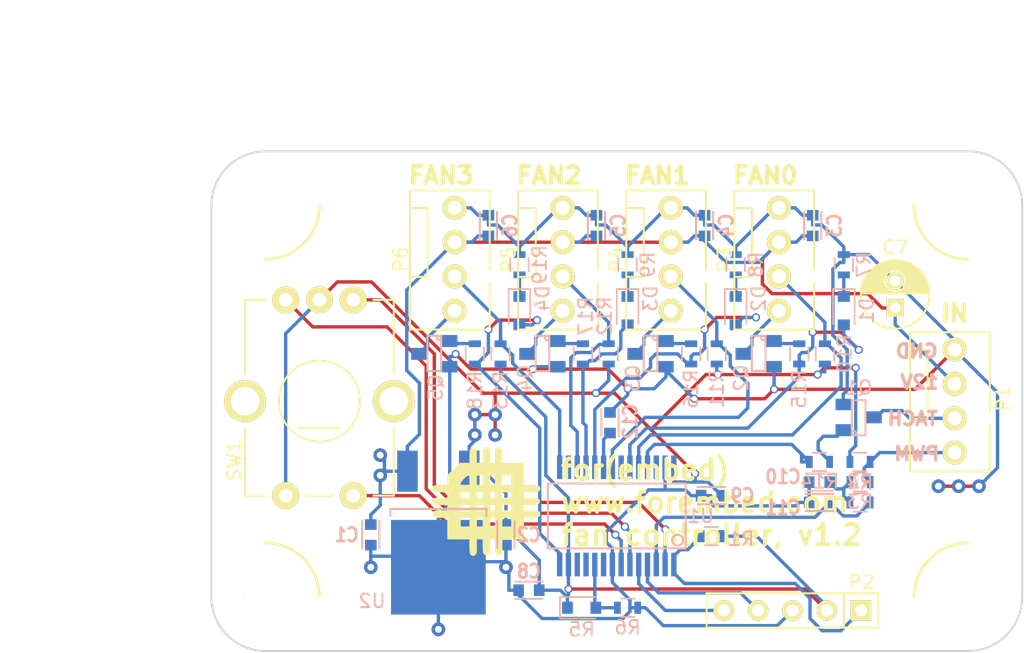
<source format=kicad_pcb>
(kicad_pcb (version 20171130) (host pcbnew "(5.1.12)-1")

  (general
    (thickness 1.6)
    (drawings 24)
    (tracks 483)
    (zones 0)
    (modules 66)
    (nets 44)
  )

  (page A4)
  (title_block
    (title "fan controller")
    (date 2016-07-21)
    (rev v1.1)
    (company "for(embed)")
    (comment 1 www.forembed.com)
  )

  (layers
    (0 F.Cu signal)
    (31 B.Cu signal)
    (32 B.Adhes user)
    (33 F.Adhes user)
    (34 B.Paste user)
    (35 F.Paste user)
    (36 B.SilkS user)
    (37 F.SilkS user)
    (38 B.Mask user)
    (39 F.Mask user)
    (40 Dwgs.User user)
    (41 Cmts.User user)
    (42 Eco1.User user)
    (43 Eco2.User user)
    (44 Edge.Cuts user)
    (45 Margin user)
    (46 B.CrtYd user)
    (47 F.CrtYd user)
    (48 B.Fab user hide)
    (49 F.Fab user hide)
  )

  (setup
    (last_trace_width 0.25)
    (trace_clearance 0.2)
    (zone_clearance 0.254)
    (zone_45_only no)
    (trace_min 0.2)
    (via_size 0.6)
    (via_drill 0.4)
    (via_min_size 0.4)
    (via_min_drill 0.3)
    (uvia_size 0.3)
    (uvia_drill 0.1)
    (uvias_allowed no)
    (uvia_min_size 0.2)
    (uvia_min_drill 0.1)
    (edge_width 0.15)
    (segment_width 0.2)
    (pcb_text_width 0.3)
    (pcb_text_size 1.5 1.5)
    (mod_edge_width 0.15)
    (mod_text_size 1 1)
    (mod_text_width 0.15)
    (pad_size 1.016 1.016)
    (pad_drill 0.508)
    (pad_to_mask_clearance 0.07)
    (aux_axis_origin 108.966 90.932)
    (grid_origin 108.966 90.932)
    (visible_elements 7FFFFF7F)
    (pcbplotparams
      (layerselection 0x010f0_80000001)
      (usegerberextensions false)
      (usegerberattributes true)
      (usegerberadvancedattributes true)
      (creategerberjobfile true)
      (excludeedgelayer true)
      (linewidth 0.100000)
      (plotframeref false)
      (viasonmask false)
      (mode 1)
      (useauxorigin true)
      (hpglpennumber 1)
      (hpglpenspeed 20)
      (hpglpendiameter 15.000000)
      (psnegative false)
      (psa4output false)
      (plotreference true)
      (plotvalue true)
      (plotinvisibletext false)
      (padsonsilk false)
      (subtractmaskfromsilk false)
      (outputformat 1)
      (mirror false)
      (drillshape 0)
      (scaleselection 1)
      (outputdirectory "../gerber"))
  )

  (net 0 "")
  (net 1 GND)
  (net 2 +12V)
  (net 3 ~MCLR)
  (net 4 +5V)
  (net 5 PGED)
  (net 6 PGEC)
  (net 7 /sense3)
  (net 8 /sense1)
  (net 9 /sense2)
  (net 10 "Net-(Q1-Pad1)")
  (net 11 "Net-(U1-Pad9)")
  (net 12 "Net-(U1-Pad11)")
  (net 13 "Net-(U1-Pad12)")
  (net 14 "Net-(P3-Pad4)")
  (net 15 "Net-(P4-Pad4)")
  (net 16 "Net-(P5-Pad4)")
  (net 17 "Net-(P6-Pad4)")
  (net 18 "Net-(Q2-Pad1)")
  (net 19 "Net-(Q3-Pad1)")
  (net 20 "Net-(Q4-Pad1)")
  (net 21 "Net-(Q5-Pad1)")
  (net 22 "Net-(C10-Pad1)")
  (net 23 analog_cmd)
  (net 24 "Net-(C12-Pad1)")
  (net 25 /pwm_in)
  (net 26 "/sense0(CN13)")
  (net 27 "Net-(R14-Pad1)")
  (net 28 "/pwm0(OC2B)")
  (net 29 "/pwm1(OC5)")
  (net 30 "/pwm2(OC4)")
  (net 31 "/pwm3(OC1E)")
  (net 32 "/ENC_A(CN2)")
  (net 33 "/ENC_B(CN6)")
  (net 34 "/SW(CN7)")
  (net 35 "Net-(D1-Pad1)")
  (net 36 "Net-(D2-Pad1)")
  (net 37 "Net-(D3-Pad1)")
  (net 38 "Net-(D4-Pad1)")
  (net 39 /sense_out)
  (net 40 "Net-(R5-Pad2)")
  (net 41 "Net-(U1-Pad16)")
  (net 42 "Net-(U1-Pad22)")
  (net 43 "Net-(U1-Pad26)")

  (net_class Default "This is the default net class."
    (clearance 0.2)
    (trace_width 0.25)
    (via_dia 0.6)
    (via_drill 0.4)
    (uvia_dia 0.3)
    (uvia_drill 0.1)
    (add_net +12V)
    (add_net +5V)
    (add_net "/ENC_A(CN2)")
    (add_net "/ENC_B(CN6)")
    (add_net "/SW(CN7)")
    (add_net "/pwm0(OC2B)")
    (add_net "/pwm1(OC5)")
    (add_net "/pwm2(OC4)")
    (add_net "/pwm3(OC1E)")
    (add_net /pwm_in)
    (add_net "/sense0(CN13)")
    (add_net /sense1)
    (add_net /sense2)
    (add_net /sense3)
    (add_net /sense_out)
    (add_net GND)
    (add_net "Net-(C10-Pad1)")
    (add_net "Net-(C12-Pad1)")
    (add_net "Net-(D1-Pad1)")
    (add_net "Net-(D2-Pad1)")
    (add_net "Net-(D3-Pad1)")
    (add_net "Net-(D4-Pad1)")
    (add_net "Net-(P3-Pad4)")
    (add_net "Net-(P4-Pad4)")
    (add_net "Net-(P5-Pad4)")
    (add_net "Net-(P6-Pad4)")
    (add_net "Net-(Q1-Pad1)")
    (add_net "Net-(Q2-Pad1)")
    (add_net "Net-(Q3-Pad1)")
    (add_net "Net-(Q4-Pad1)")
    (add_net "Net-(Q5-Pad1)")
    (add_net "Net-(R14-Pad1)")
    (add_net "Net-(R5-Pad2)")
    (add_net "Net-(U1-Pad11)")
    (add_net "Net-(U1-Pad12)")
    (add_net "Net-(U1-Pad16)")
    (add_net "Net-(U1-Pad22)")
    (add_net "Net-(U1-Pad26)")
    (add_net "Net-(U1-Pad9)")
    (add_net PGEC)
    (add_net PGED)
    (add_net analog_cmd)
    (add_net ~MCLR)
  )

  (module lib_pcb:VIA locked (layer F.Cu) (tedit 578FEBC3) (tstamp 578FEBC8)
    (at 121.466 77.932)
    (fp_text reference REF**_16 (at 0 0) (layer F.SilkS) hide
      (effects (font (size 1 1) (thickness 0.15)))
    )
    (fp_text value VIA (at 0 0) (layer F.Fab) hide
      (effects (font (size 1 1) (thickness 0.15)))
    )
    (pad 1 thru_hole circle (at 0 0) (size 1.016 1.016) (drill 0.508) (layers *.Cu)
      (net 2 +12V) (zone_connect 2))
  )

  (module lib_pcb:VIA locked (layer F.Cu) (tedit 578FEBC3) (tstamp 578FEBB4)
    (at 121.466 76.432)
    (fp_text reference REF**_15 (at 0 0) (layer F.SilkS) hide
      (effects (font (size 1 1) (thickness 0.15)))
    )
    (fp_text value VIA (at 0 0) (layer F.Fab) hide
      (effects (font (size 1 1) (thickness 0.15)))
    )
    (pad 1 thru_hole circle (at 0 0) (size 1.016 1.016) (drill 0.508) (layers *.Cu)
      (net 2 +12V) (zone_connect 2))
  )

  (module lib_pcb:VIA locked (layer F.Cu) (tedit 578FE259) (tstamp 578FE850)
    (at 165.766 78.732)
    (fp_text reference REF**_14 (at 0 0) (layer F.SilkS) hide
      (effects (font (size 1 1) (thickness 0.15)))
    )
    (fp_text value VIA (at 0 0) (layer F.Fab) hide
      (effects (font (size 1 1) (thickness 0.15)))
    )
    (pad 1 thru_hole circle (at 0 0) (size 1.016 1.016) (drill 0.508) (layers *.Cu)
      (net 1 GND) (zone_connect 2))
  )

  (module lib_pcb:VIA locked (layer F.Cu) (tedit 578FE259) (tstamp 578FE849)
    (at 164.266 78.732)
    (fp_text reference REF**_13 (at 0 0) (layer F.SilkS) hide
      (effects (font (size 1 1) (thickness 0.15)))
    )
    (fp_text value VIA (at 0 0) (layer F.Fab) hide
      (effects (font (size 1 1) (thickness 0.15)))
    )
    (pad 1 thru_hole circle (at 0 0) (size 1.016 1.016) (drill 0.508) (layers *.Cu)
      (net 1 GND) (zone_connect 2))
  )

  (module lib_pcb:VIA locked (layer F.Cu) (tedit 578FE259) (tstamp 578FE843)
    (at 162.766 78.732)
    (fp_text reference REF**_12 (at 0 0) (layer F.SilkS) hide
      (effects (font (size 1 1) (thickness 0.15)))
    )
    (fp_text value VIA (at 0 0) (layer F.Fab) hide
      (effects (font (size 1 1) (thickness 0.15)))
    )
    (pad 1 thru_hole circle (at 0 0) (size 1.016 1.016) (drill 0.508) (layers *.Cu)
      (net 1 GND) (zone_connect 2))
  )

  (module lib_pcb:VIA locked (layer F.Cu) (tedit 578FE259) (tstamp 578FE608)
    (at 130.766 84.732)
    (fp_text reference REF**_11 (at 0 0) (layer F.SilkS) hide
      (effects (font (size 1 1) (thickness 0.15)))
    )
    (fp_text value VIA (at 0 0) (layer F.Fab) hide
      (effects (font (size 1 1) (thickness 0.15)))
    )
    (pad 1 thru_hole circle (at 0 0) (size 1.016 1.016) (drill 0.508) (layers *.Cu)
      (net 1 GND) (zone_connect 2))
  )

  (module lib_pcb:VIA locked (layer F.Cu) (tedit 578FE259) (tstamp 578FE603)
    (at 125.766 89.332)
    (fp_text reference REF**_10 (at 0 0) (layer F.SilkS) hide
      (effects (font (size 1 1) (thickness 0.15)))
    )
    (fp_text value VIA (at 0 0) (layer F.Fab) hide
      (effects (font (size 1 1) (thickness 0.15)))
    )
    (pad 1 thru_hole circle (at 0 0) (size 1.016 1.016) (drill 0.508) (layers *.Cu)
      (net 1 GND) (zone_connect 2))
  )

  (module lib_pcb:VIA locked (layer F.Cu) (tedit 578FE259) (tstamp 578FE5E8)
    (at 120.766 84.732)
    (fp_text reference REF**_9 (at 0 0) (layer F.SilkS) hide
      (effects (font (size 1 1) (thickness 0.15)))
    )
    (fp_text value VIA (at 0 0) (layer F.Fab) hide
      (effects (font (size 1 1) (thickness 0.15)))
    )
    (pad 1 thru_hole circle (at 0 0) (size 1.016 1.016) (drill 0.508) (layers *.Cu)
      (net 1 GND) (zone_connect 2))
  )

  (module lib_pcb:VIA locked (layer F.Cu) (tedit 578FE023) (tstamp 578FE546)
    (at 129.966 74.932)
    (fp_text reference REF**_8 (at 0 0) (layer F.SilkS) hide
      (effects (font (size 1 1) (thickness 0.15)))
    )
    (fp_text value VIA (at 0 0) (layer F.Fab) hide
      (effects (font (size 1 1) (thickness 0.15)))
    )
    (pad 1 thru_hole circle (at 0 0) (size 1.016 1.016) (drill 0.508) (layers *.Cu)
      (net 4 +5V) (zone_connect 2))
  )

  (module lib_pcb:VIA locked (layer F.Cu) (tedit 578FE023) (tstamp 578FE541)
    (at 128.466 74.932)
    (fp_text reference REF**_7 (at 0 0) (layer F.SilkS) hide
      (effects (font (size 1 1) (thickness 0.15)))
    )
    (fp_text value VIA (at 0 0) (layer F.Fab) hide
      (effects (font (size 1 1) (thickness 0.15)))
    )
    (pad 1 thru_hole circle (at 0 0) (size 1.016 1.016) (drill 0.508) (layers *.Cu)
      (net 4 +5V) (zone_connect 2))
  )

  (module lib_pcb:VIA locked (layer F.Cu) (tedit 578FE023) (tstamp 578FE53B)
    (at 129.966 73.432)
    (fp_text reference REF**_6 (at 0 0) (layer F.SilkS) hide
      (effects (font (size 1 1) (thickness 0.15)))
    )
    (fp_text value VIA (at 0 0) (layer F.Fab) hide
      (effects (font (size 1 1) (thickness 0.15)))
    )
    (pad 1 thru_hole circle (at 0 0) (size 1.016 1.016) (drill 0.508) (layers *.Cu)
      (net 4 +5V) (zone_connect 2))
  )

  (module kicad_pcb:CON_1x5_0.1in (layer F.Cu) (tedit 57900F84) (tstamp 5771AE2E)
    (at 151.966 87.932 180)
    (path /577078F3)
    (fp_text reference P2 (at -5.1 2.1 180) (layer F.SilkS)
      (effects (font (size 1 1) (thickness 0.15)))
    )
    (fp_text value CONN_01X05 (at 0 0 180) (layer F.Fab) hide
      (effects (font (size 1 1) (thickness 0.15)))
    )
    (fp_line (start -3.81 -1.27) (end -3.81 1.27) (layer F.SilkS) (width 0.15))
    (fp_line (start -6.35 -1.27) (end -3.81 -1.27) (layer F.SilkS) (width 0.15))
    (fp_line (start -6.35 1.27) (end -6.35 -1.27) (layer F.SilkS) (width 0.15))
    (fp_line (start 6.35 1.27) (end -6.35 1.27) (layer F.SilkS) (width 0.15))
    (fp_line (start 6.35 -1.27) (end 6.35 1.27) (layer F.SilkS) (width 0.15))
    (fp_line (start -6.35 -1.27) (end 6.35 -1.27) (layer F.SilkS) (width 0.15))
    (pad 1 thru_hole rect (at -5.08 0 180) (size 1.524 1.524) (drill 0.889) (layers *.Cu *.Mask F.SilkS)
      (net 3 ~MCLR))
    (pad 2 thru_hole circle (at -2.54 0 180) (size 1.524 1.524) (drill 0.889) (layers *.Cu *.Mask F.SilkS)
      (net 4 +5V))
    (pad 3 thru_hole circle (at 0 0 180) (size 1.524 1.524) (drill 0.889) (layers *.Cu *.Mask F.SilkS)
      (net 1 GND))
    (pad 4 thru_hole circle (at 2.54 0 180) (size 1.524 1.524) (drill 0.889) (layers *.Cu *.Mask F.SilkS)
      (net 5 PGED))
    (pad 5 thru_hole circle (at 5.08 0 180) (size 1.524 1.524) (drill 0.889) (layers *.Cu *.Mask F.SilkS)
      (net 6 PGEC))
  )

  (module lib_pcb:encoder_EN12-HS (layer F.Cu) (tedit 5) (tstamp 5771AEE8)
    (at 116.966 72.432 180)
    (path /57715123)
    (fp_text reference SW1 (at 6.3 -4.4 90) (layer F.SilkS)
      (effects (font (size 1 1) (thickness 0.15)))
    )
    (fp_text value encoder_rotary_with_switch (at 0 0 180) (layer F.Fab) hide
      (effects (font (size 1 1) (thickness 0.15)))
    )
    (fp_circle (center 0 0) (end 0 -3) (layer F.SilkS) (width 0.15))
    (fp_line (start 5.5 -7) (end 4 -7) (layer F.SilkS) (width 0.15))
    (fp_line (start 5.5 -2) (end 5.5 -7) (layer F.SilkS) (width 0.15))
    (fp_line (start 1 -7) (end -1 -7) (layer F.SilkS) (width 0.15))
    (fp_line (start -5.5 -7) (end -5.5 -2) (layer F.SilkS) (width 0.15))
    (fp_line (start -4 -7) (end -5.5 -7) (layer F.SilkS) (width 0.15))
    (fp_line (start -5.5 7.5) (end -4 7.5) (layer F.SilkS) (width 0.15))
    (fp_line (start -5.5 2) (end -5.5 7.5) (layer F.SilkS) (width 0.15))
    (fp_line (start 5.5 7.5) (end 5.5 2) (layer F.SilkS) (width 0.15))
    (fp_line (start 4 7.5) (end 5.5 7.5) (layer F.SilkS) (width 0.15))
    (fp_line (start -1.5 -2) (end 1.5 -2) (layer F.SilkS) (width 0.15))
    (pad 1 thru_hole circle (at -2.5 7.5 180) (size 2 2) (drill 1) (layers *.Cu *.Mask F.SilkS)
      (net 32 "/ENC_A(CN2)"))
    (pad 2 thru_hole circle (at 0 7.5 180) (size 2 2) (drill 1) (layers *.Cu *.Mask F.SilkS)
      (net 4 +5V))
    (pad 3 thru_hole circle (at 2.5 7.5 180) (size 2 2) (drill 1) (layers *.Cu *.Mask F.SilkS)
      (net 33 "/ENC_B(CN6)"))
    (pad 4 thru_hole circle (at 2.5 -7 180) (size 2 2) (drill 1) (layers *.Cu *.Mask F.SilkS)
      (net 4 +5V))
    (pad 5 thru_hole circle (at -2.5 -7 180) (size 2 2) (drill 1) (layers *.Cu *.Mask F.SilkS)
      (net 34 "/SW(CN7)"))
    (pad "" np_thru_hole circle (at 5.5 0 180) (size 3.1 3.1) (drill 2.1) (layers *.Cu *.Mask F.SilkS))
    (pad "" np_thru_hole circle (at -5.5 0 180) (size 3.1 3.1) (drill 2.1) (layers *.Cu *.Mask F.SilkS))
  )

  (module kicad_pcb:SSOP-28 (layer B.Cu) (tedit 57900000) (tstamp 5771AF0D)
    (at 138.966 80.932 180)
    (path /578CC6C7)
    (fp_text reference U1 (at -6.2 0 180) (layer B.SilkS)
      (effects (font (size 1 1) (thickness 0.15)) (justify mirror))
    )
    (fp_text value pic24fv08km202 (at 0 0 180) (layer B.Fab) hide
      (effects (font (size 1 1) (thickness 0.15)) (justify mirror))
    )
    (fp_line (start 5.1 2.4) (end -5.1 2.4) (layer B.SilkS) (width 0.15))
    (fp_line (start 5.1 -2.4) (end 5.1 2.4) (layer B.SilkS) (width 0.15))
    (fp_line (start -5.1 -2.4) (end 5.1 -2.4) (layer B.SilkS) (width 0.15))
    (fp_line (start -5.1 2.4) (end -5.1 -2.4) (layer B.SilkS) (width 0.15))
    (fp_circle (center -4.5 -1.8) (end -4.9 -1.8) (layer B.SilkS) (width 0.15))
    (pad 1 smd rect (at -4.225 -3.6 180) (size 0.4 1.75) (layers B.Cu B.Paste B.Mask)
      (net 3 ~MCLR))
    (pad 2 smd rect (at -3.575 -3.6 180) (size 0.4 1.75) (layers B.Cu B.Paste B.Mask)
      (net 32 "/ENC_A(CN2)"))
    (pad 3 smd rect (at -2.925 -3.6 180) (size 0.4 1.75) (layers B.Cu B.Paste B.Mask)
      (net 23 analog_cmd))
    (pad 4 smd rect (at -2.275 -3.6 180) (size 0.4 1.75) (layers B.Cu B.Paste B.Mask)
      (net 5 PGED))
    (pad 5 smd rect (at -1.625 -3.6 180) (size 0.4 1.75) (layers B.Cu B.Paste B.Mask)
      (net 6 PGEC))
    (pad 6 smd rect (at -0.975 -3.6 180) (size 0.4 1.75) (layers B.Cu B.Paste B.Mask)
      (net 33 "/ENC_B(CN6)"))
    (pad 7 smd rect (at -0.325 -3.6 180) (size 0.4 1.75) (layers B.Cu B.Paste B.Mask)
      (net 34 "/SW(CN7)"))
    (pad 8 smd rect (at 0.325 -3.6 180) (size 0.4 1.75) (layers B.Cu B.Paste B.Mask)
      (net 1 GND))
    (pad 9 smd rect (at 0.975 -3.6 180) (size 0.4 1.75) (layers B.Cu B.Paste B.Mask)
      (net 11 "Net-(U1-Pad9)"))
    (pad 10 smd rect (at 1.625 -3.6 180) (size 0.4 1.75) (layers B.Cu B.Paste B.Mask)
      (net 40 "Net-(R5-Pad2)"))
    (pad 11 smd rect (at 2.275 -3.6 180) (size 0.4 1.75) (layers B.Cu B.Paste B.Mask)
      (net 12 "Net-(U1-Pad11)"))
    (pad 12 smd rect (at 2.925 -3.6 180) (size 0.4 1.75) (layers B.Cu B.Paste B.Mask)
      (net 13 "Net-(U1-Pad12)"))
    (pad 13 smd rect (at 3.575 -3.6 180) (size 0.4 1.75) (layers B.Cu B.Paste B.Mask)
      (net 4 +5V))
    (pad 14 smd rect (at 4.225 -3.6 180) (size 0.4 1.75) (layers B.Cu B.Paste B.Mask)
      (net 31 "/pwm3(OC1E)"))
    (pad 15 smd rect (at 4.225 3.6 180) (size 0.4 1.75) (layers B.Cu B.Paste B.Mask)
      (net 7 /sense3))
    (pad 16 smd rect (at 3.575 3.6 180) (size 0.4 1.75) (layers B.Cu B.Paste B.Mask)
      (net 41 "Net-(U1-Pad16)"))
    (pad 17 smd rect (at 2.925 3.6 180) (size 0.4 1.75) (layers B.Cu B.Paste B.Mask)
      (net 9 /sense2))
    (pad 18 smd rect (at 2.275 3.6 180) (size 0.4 1.75) (layers B.Cu B.Paste B.Mask)
      (net 30 "/pwm2(OC4)"))
    (pad 19 smd rect (at 1.625 3.6 180) (size 0.4 1.75) (layers B.Cu B.Paste B.Mask)
      (net 29 "/pwm1(OC5)"))
    (pad 20 smd rect (at 0.975 3.6 180) (size 0.4 1.75) (layers B.Cu B.Paste B.Mask)
      (net 24 "Net-(C12-Pad1)"))
    (pad 21 smd rect (at 0.325 3.6 180) (size 0.4 1.75) (layers B.Cu B.Paste B.Mask)
      (net 8 /sense1))
    (pad 22 smd rect (at -0.325 3.6 180) (size 0.4 1.75) (layers B.Cu B.Paste B.Mask)
      (net 42 "Net-(U1-Pad22)"))
    (pad 23 smd rect (at -0.975 3.6 180) (size 0.4 1.75) (layers B.Cu B.Paste B.Mask)
      (net 28 "/pwm0(OC2B)"))
    (pad 24 smd rect (at -1.625 3.6 180) (size 0.4 1.75) (layers B.Cu B.Paste B.Mask)
      (net 26 "/sense0(CN13)"))
    (pad 25 smd rect (at -2.275 3.6 180) (size 0.4 1.75) (layers B.Cu B.Paste B.Mask)
      (net 27 "Net-(R14-Pad1)"))
    (pad 26 smd rect (at -2.925 3.6 180) (size 0.4 1.75) (layers B.Cu B.Paste B.Mask)
      (net 43 "Net-(U1-Pad26)"))
    (pad 27 smd rect (at -3.575 3.6 180) (size 0.4 1.75) (layers B.Cu B.Paste B.Mask)
      (net 1 GND))
    (pad 28 smd rect (at -4.225 3.6 180) (size 0.4 1.75) (layers B.Cu B.Paste B.Mask)
      (net 4 +5V))
  )

  (module lib_pcb:SM_0603 (layer B.Cu) (tedit 57716794) (tstamp 5771BEE6)
    (at 120.766 82.332 270)
    (path /57721913)
    (fp_text reference C1 (at 0 1.778) (layer B.SilkS)
      (effects (font (size 1.016 0.889) (thickness 0.2032)) (justify mirror))
    )
    (fp_text value 100nF (at 0 -1.143 270) (layer B.SilkS) hide
      (effects (font (size 0.635 0.635) (thickness 0.1016)) (justify mirror))
    )
    (fp_line (start -1.016 0.635) (end 1.016 0.635) (layer B.SilkS) (width 0.15))
    (fp_line (start -1.016 -0.635) (end 1.016 -0.635) (layer B.SilkS) (width 0.15))
    (pad 1 smd rect (at -0.762 0 270) (size 0.7874 0.8636) (layers B.Cu B.Paste B.Mask)
      (net 2 +12V))
    (pad 2 smd rect (at 0.762 0 270) (size 0.7874 0.8636) (layers B.Cu B.Paste B.Mask)
      (net 1 GND))
  )

  (module lib_pcb:SM_0603 (layer B.Cu) (tedit 5938B1B0) (tstamp 5771BEEE)
    (at 130.766 82.332 270)
    (path /57721D8F)
    (fp_text reference C2 (at 0 -1.7) (layer B.SilkS)
      (effects (font (size 1.016 0.889) (thickness 0.2032)) (justify mirror))
    )
    (fp_text value 100nF (at 0 -1.143 270) (layer B.SilkS) hide
      (effects (font (size 0.635 0.635) (thickness 0.1016)) (justify mirror))
    )
    (fp_line (start -1.016 0.635) (end 1.016 0.635) (layer B.SilkS) (width 0.15))
    (fp_line (start -1.016 -0.635) (end 1.016 -0.635) (layer B.SilkS) (width 0.15))
    (pad 1 smd rect (at -0.762 0 270) (size 0.7874 0.8636) (layers B.Cu B.Paste B.Mask)
      (net 4 +5V))
    (pad 2 smd rect (at 0.762 0 270) (size 0.7874 0.8636) (layers B.Cu B.Paste B.Mask)
      (net 1 GND))
  )

  (module lib_pcb:SM_0603 (layer B.Cu) (tedit 57900ECA) (tstamp 5771BEF6)
    (at 153.466 59.432 90)
    (path /577224FB)
    (fp_text reference C3 (at 0 1.6 90) (layer B.SilkS)
      (effects (font (size 1.016 0.889) (thickness 0.2032)) (justify mirror))
    )
    (fp_text value 100nF (at 0 -1.143 90) (layer B.SilkS) hide
      (effects (font (size 0.635 0.635) (thickness 0.1016)) (justify mirror))
    )
    (fp_line (start -1.016 0.635) (end 1.016 0.635) (layer B.SilkS) (width 0.15))
    (fp_line (start -1.016 -0.635) (end 1.016 -0.635) (layer B.SilkS) (width 0.15))
    (pad 1 smd rect (at -0.762 0 90) (size 0.7874 0.8636) (layers B.Cu B.Paste B.Mask)
      (net 2 +12V))
    (pad 2 smd rect (at 0.762 0 90) (size 0.7874 0.8636) (layers B.Cu B.Paste B.Mask)
      (net 1 GND))
  )

  (module lib_pcb:SM_0603 (layer B.Cu) (tedit 57900ED3) (tstamp 5771BEFE)
    (at 145.466 59.432 90)
    (path /57722858)
    (fp_text reference C4 (at 0 1.6 270) (layer B.SilkS)
      (effects (font (size 1.016 0.889) (thickness 0.2032)) (justify mirror))
    )
    (fp_text value 100nF (at 0 -1.143 90) (layer B.SilkS) hide
      (effects (font (size 0.635 0.635) (thickness 0.1016)) (justify mirror))
    )
    (fp_line (start -1.016 0.635) (end 1.016 0.635) (layer B.SilkS) (width 0.15))
    (fp_line (start -1.016 -0.635) (end 1.016 -0.635) (layer B.SilkS) (width 0.15))
    (pad 1 smd rect (at -0.762 0 90) (size 0.7874 0.8636) (layers B.Cu B.Paste B.Mask)
      (net 2 +12V))
    (pad 2 smd rect (at 0.762 0 90) (size 0.7874 0.8636) (layers B.Cu B.Paste B.Mask)
      (net 1 GND))
  )

  (module lib_pcb:SM_0603 (layer B.Cu) (tedit 57900EDC) (tstamp 5771BF06)
    (at 137.466 59.432 90)
    (path /577228E9)
    (fp_text reference C5 (at 0 1.6 270) (layer B.SilkS)
      (effects (font (size 1.016 0.889) (thickness 0.2032)) (justify mirror))
    )
    (fp_text value 100nF (at 0 -1.143 90) (layer B.SilkS) hide
      (effects (font (size 0.635 0.635) (thickness 0.1016)) (justify mirror))
    )
    (fp_line (start -1.016 0.635) (end 1.016 0.635) (layer B.SilkS) (width 0.15))
    (fp_line (start -1.016 -0.635) (end 1.016 -0.635) (layer B.SilkS) (width 0.15))
    (pad 1 smd rect (at -0.762 0 90) (size 0.7874 0.8636) (layers B.Cu B.Paste B.Mask)
      (net 2 +12V))
    (pad 2 smd rect (at 0.762 0 90) (size 0.7874 0.8636) (layers B.Cu B.Paste B.Mask)
      (net 1 GND))
  )

  (module lib_pcb:SM_0603 (layer B.Cu) (tedit 57900EE2) (tstamp 5771BF0E)
    (at 129.466 59.432 90)
    (path /57722900)
    (fp_text reference C6 (at 0 1.6 270) (layer B.SilkS)
      (effects (font (size 1.016 0.889) (thickness 0.2032)) (justify mirror))
    )
    (fp_text value 100nF (at 0 -1.143 90) (layer B.SilkS) hide
      (effects (font (size 0.635 0.635) (thickness 0.1016)) (justify mirror))
    )
    (fp_line (start -1.016 0.635) (end 1.016 0.635) (layer B.SilkS) (width 0.15))
    (fp_line (start -1.016 -0.635) (end 1.016 -0.635) (layer B.SilkS) (width 0.15))
    (pad 1 smd rect (at -0.762 0 90) (size 0.7874 0.8636) (layers B.Cu B.Paste B.Mask)
      (net 2 +12V))
    (pad 2 smd rect (at 0.762 0 90) (size 0.7874 0.8636) (layers B.Cu B.Paste B.Mask)
      (net 1 GND))
  )

  (module lib_pcb:DPAK_TO-252 (layer B.Cu) (tedit 592F7C8B) (tstamp 5771BF18)
    (at 125.766 84.732)
    (path /5771FAAD)
    (fp_text reference U2 (at -4.9 2.5) (layer B.SilkS)
      (effects (font (size 1 1) (thickness 0.15)) (justify mirror))
    )
    (fp_text value L78M05 (at 0 0) (layer B.Fab) hide
      (effects (font (size 1 1) (thickness 0.15)) (justify mirror))
    )
    (fp_line (start 3.556 -4.318) (end 3.556 -3.81) (layer B.SilkS) (width 0.15))
    (fp_line (start -3.556 -4.318) (end 3.556 -4.318) (layer B.SilkS) (width 0.15))
    (fp_line (start -3.556 -3.81) (end -3.556 -4.318) (layer B.SilkS) (width 0.15))
    (pad 1 smd rect (at -2.286 -7.112) (size 1.524 3.048) (layers B.Cu B.Paste B.Mask)
      (net 2 +12V))
    (pad 3 smd rect (at 2.286 -7.112) (size 1.524 3.048) (layers B.Cu B.Paste B.Mask)
      (net 4 +5V))
    (pad 2 smd rect (at 0 0) (size 7.0104 7.0104) (layers B.Cu B.Paste B.Mask)
      (net 1 GND))
  )

  (module Capacitors_ThroughHole:C_Radial_D5_L11_P2 (layer F.Cu) (tedit 57900EB4) (tstamp 5771C549)
    (at 159.566 65.532 90)
    (descr "Radial Electrolytic Capacitor 5mm x Length 11mm, Pitch 2mm")
    (tags "Electrolytic Capacitor")
    (path /5772394E)
    (fp_text reference C7 (at 4.5 0 180) (layer F.SilkS)
      (effects (font (size 1 1) (thickness 0.15)))
    )
    (fp_text value 47uF (at 1 3.8 90) (layer F.Fab) hide
      (effects (font (size 1 1) (thickness 0.15)))
    )
    (fp_circle (center 1 0) (end 1 -2.8) (layer F.CrtYd) (width 0.05))
    (fp_circle (center 1 0) (end 1 -2.5375) (layer F.SilkS) (width 0.15))
    (fp_circle (center 2 0) (end 2 -0.8) (layer F.SilkS) (width 0.15))
    (fp_line (start 3.455 -0.472) (end 3.455 0.472) (layer F.SilkS) (width 0.15))
    (fp_line (start 3.315 -0.944) (end 3.315 0.944) (layer F.SilkS) (width 0.15))
    (fp_line (start 3.175 -1.233) (end 3.175 1.233) (layer F.SilkS) (width 0.15))
    (fp_line (start 3.035 -1.452) (end 3.035 1.452) (layer F.SilkS) (width 0.15))
    (fp_line (start 2.895 -1.631) (end 2.895 1.631) (layer F.SilkS) (width 0.15))
    (fp_line (start 2.755 0.265) (end 2.755 1.78) (layer F.SilkS) (width 0.15))
    (fp_line (start 2.755 -1.78) (end 2.755 -0.265) (layer F.SilkS) (width 0.15))
    (fp_line (start 2.615 0.512) (end 2.615 1.908) (layer F.SilkS) (width 0.15))
    (fp_line (start 2.615 -1.908) (end 2.615 -0.512) (layer F.SilkS) (width 0.15))
    (fp_line (start 2.475 0.644) (end 2.475 2.019) (layer F.SilkS) (width 0.15))
    (fp_line (start 2.475 -2.019) (end 2.475 -0.644) (layer F.SilkS) (width 0.15))
    (fp_line (start 2.335 0.726) (end 2.335 2.114) (layer F.SilkS) (width 0.15))
    (fp_line (start 2.335 -2.114) (end 2.335 -0.726) (layer F.SilkS) (width 0.15))
    (fp_line (start 2.195 0.776) (end 2.195 2.196) (layer F.SilkS) (width 0.15))
    (fp_line (start 2.195 -2.196) (end 2.195 -0.776) (layer F.SilkS) (width 0.15))
    (fp_line (start 2.055 0.798) (end 2.055 2.266) (layer F.SilkS) (width 0.15))
    (fp_line (start 2.055 -2.266) (end 2.055 -0.798) (layer F.SilkS) (width 0.15))
    (fp_line (start 1.915 0.795) (end 1.915 2.327) (layer F.SilkS) (width 0.15))
    (fp_line (start 1.915 -2.327) (end 1.915 -0.795) (layer F.SilkS) (width 0.15))
    (fp_line (start 1.775 0.768) (end 1.775 2.377) (layer F.SilkS) (width 0.15))
    (fp_line (start 1.775 -2.377) (end 1.775 -0.768) (layer F.SilkS) (width 0.15))
    (fp_line (start 1.635 0.712) (end 1.635 2.418) (layer F.SilkS) (width 0.15))
    (fp_line (start 1.635 -2.418) (end 1.635 -0.712) (layer F.SilkS) (width 0.15))
    (fp_line (start 1.495 0.62) (end 1.495 2.451) (layer F.SilkS) (width 0.15))
    (fp_line (start 1.495 -2.451) (end 1.495 -0.62) (layer F.SilkS) (width 0.15))
    (fp_line (start 1.355 0.473) (end 1.355 2.475) (layer F.SilkS) (width 0.15))
    (fp_line (start 1.355 -2.475) (end 1.355 -0.473) (layer F.SilkS) (width 0.15))
    (fp_line (start 1.215 0.154) (end 1.215 2.491) (layer F.SilkS) (width 0.15))
    (fp_line (start 1.215 -2.491) (end 1.215 -0.154) (layer F.SilkS) (width 0.15))
    (fp_line (start 1.075 -2.499) (end 1.075 2.499) (layer F.SilkS) (width 0.15))
    (pad 1 thru_hole rect (at 0 0 90) (size 1.3 1.3) (drill 0.8) (layers *.Cu *.Mask F.SilkS)
      (net 2 +12V))
    (pad 2 thru_hole circle (at 2 0 90) (size 1.3 1.3) (drill 0.8) (layers *.Cu *.Mask F.SilkS)
      (net 1 GND))
    (model Capacitors_ThroughHole.3dshapes/C_Radial_D5_L11_P2.wrl
      (at (xyz 0 0 0))
      (scale (xyz 1 1 1))
      (rotate (xyz 0 0 0))
    )
  )

  (module lib_pcb:SOT-23 (layer B.Cu) (tedit 579010F8) (tstamp 5771CC86)
    (at 156.866 73.632 90)
    (tags SOT23)
    (path /57726895)
    (fp_text reference Q1 (at 2.2 0 180) (layer B.SilkS)
      (effects (font (size 1 1) (thickness 0.15)) (justify mirror))
    )
    (fp_text value Q_NPN_BEC (at 0.0635 0 90) (layer B.SilkS) hide
      (effects (font (size 1 1) (thickness 0.15)) (justify mirror))
    )
    (fp_line (start -1.3335 0.508) (end 1.27 0.508) (layer B.SilkS) (width 0.15))
    (fp_line (start 1.27 -0.508) (end -1.3335 -0.508) (layer B.SilkS) (width 0.15))
    (fp_line (start -1.3335 0.508) (end -1.3335 -0.508) (layer B.SilkS) (width 0.15))
    (fp_line (start 1.27 0.508) (end 1.27 -0.508) (layer B.SilkS) (width 0.15))
    (fp_circle (center -1.17602 -0.35052) (end -1.30048 -0.44958) (layer B.SilkS) (width 0.15))
    (pad 3 smd rect (at 0 1.143 90) (size 0.889 1.143) (layers B.Cu B.Paste B.Mask)
      (net 39 /sense_out))
    (pad 2 smd rect (at 0.9525 -1.143 90) (size 0.8509 1.143) (layers B.Cu B.Paste B.Mask)
      (net 1 GND))
    (pad 1 smd rect (at -0.9525 -1.143 90) (size 0.889 1.143) (layers B.Cu B.Paste B.Mask)
      (net 10 "Net-(Q1-Pad1)"))
    (model SMD_Packages/SOT-23.wrl
      (at (xyz 0 0 0))
      (scale (xyz 0.4 0.4 0.4))
      (rotate (xyz 0 0 180))
    )
  )

  (module lib_pcb:SM_0603 (layer B.Cu) (tedit 57900E0E) (tstamp 5771D0A7)
    (at 132.466 86.432 180)
    (path /57729792)
    (fp_text reference C8 (at 0 1.4) (layer B.SilkS)
      (effects (font (size 1.016 0.889) (thickness 0.2032)) (justify mirror))
    )
    (fp_text value 100nF (at 0 -1.143 180) (layer B.SilkS) hide
      (effects (font (size 0.635 0.635) (thickness 0.1016)) (justify mirror))
    )
    (fp_line (start -1.016 0.635) (end 1.016 0.635) (layer B.SilkS) (width 0.15))
    (fp_line (start -1.016 -0.635) (end 1.016 -0.635) (layer B.SilkS) (width 0.15))
    (pad 1 smd rect (at -0.762 0 180) (size 0.7874 0.8636) (layers B.Cu B.Paste B.Mask)
      (net 4 +5V))
    (pad 2 smd rect (at 0.762 0 180) (size 0.7874 0.8636) (layers B.Cu B.Paste B.Mask)
      (net 1 GND))
  )

  (module lib_pcb:SM_0603 (layer B.Cu) (tedit 57900BF8) (tstamp 5771D0AF)
    (at 145.966 79.432 180)
    (path /57729690)
    (fp_text reference C9 (at -2.3 0) (layer B.SilkS)
      (effects (font (size 1.016 0.889) (thickness 0.2032)) (justify mirror))
    )
    (fp_text value 100nF (at 0 -1.143 180) (layer B.SilkS) hide
      (effects (font (size 0.635 0.635) (thickness 0.1016)) (justify mirror))
    )
    (fp_line (start -1.016 0.635) (end 1.016 0.635) (layer B.SilkS) (width 0.15))
    (fp_line (start -1.016 -0.635) (end 1.016 -0.635) (layer B.SilkS) (width 0.15))
    (pad 1 smd rect (at -0.762 0 180) (size 0.7874 0.8636) (layers B.Cu B.Paste B.Mask)
      (net 4 +5V))
    (pad 2 smd rect (at 0.762 0 180) (size 0.7874 0.8636) (layers B.Cu B.Paste B.Mask)
      (net 1 GND))
  )

  (module lib_pcb:CONN_1x4_PC_FAN (layer F.Cu) (tedit 57900FE7) (tstamp 5773E0AA)
    (at 163.966 72.432 90)
    (path /576EEC32)
    (fp_text reference P1 (at 0.2 3.6 90) (layer F.SilkS)
      (effects (font (size 1 1) (thickness 0.15)))
    )
    (fp_text value CONN_01X04 (at 0 0 90) (layer F.Fab) hide
      (effects (font (size 1 1) (thickness 0.15)))
    )
    (fp_line (start -5.2 -3.3) (end -5.2 2.6) (layer F.SilkS) (width 0.15))
    (fp_line (start 5.1 -3.3) (end -5.2 -3.3) (layer F.SilkS) (width 0.15))
    (fp_line (start 5.1 2.6) (end 5.1 -3.3) (layer F.SilkS) (width 0.15))
    (fp_line (start -5.2 2.6) (end 5.1 2.6) (layer F.SilkS) (width 0.15))
    (fp_line (start -1.3 -2) (end -1.3 -3.3) (layer F.SilkS) (width 0.15))
    (fp_line (start 3.8 -2) (end -1.3 -2) (layer F.SilkS) (width 0.15))
    (fp_line (start 3.8 -3.3) (end 3.8 -2) (layer F.SilkS) (width 0.15))
    (pad 1 thru_hole circle (at 3.81 0 90) (size 1.778 1.778) (drill 1.02) (layers *.Cu *.Mask F.SilkS)
      (net 1 GND))
    (pad 2 thru_hole circle (at 1.27 0 90) (size 1.778 1.778) (drill 1.02) (layers *.Cu *.Mask F.SilkS)
      (net 2 +12V))
    (pad 3 thru_hole circle (at -1.27 0 90) (size 1.778 1.778) (drill 1.02) (layers *.Cu *.Mask F.SilkS)
      (net 39 /sense_out))
    (pad 4 thru_hole circle (at -3.81 0 90) (size 1.778 1.778) (drill 1.02) (layers *.Cu *.Mask F.SilkS)
      (net 25 /pwm_in))
    (pad "" np_thru_hole circle (at -1.27 2.16 90) (size 1.27 1.27) (drill 1.27) (layers *.Cu *.Mask F.SilkS))
  )

  (module lib_pcb:CONN_1x4_PC_FAN (layer F.Cu) (tedit 578FDB6C) (tstamp 5773E0B9)
    (at 150.966 61.932 90)
    (path /57717989)
    (fp_text reference P3 (at 0 -4 90) (layer F.SilkS)
      (effects (font (size 1 1) (thickness 0.15)))
    )
    (fp_text value CONN_01X04 (at 0 0 90) (layer F.Fab) hide
      (effects (font (size 1 1) (thickness 0.15)))
    )
    (fp_line (start -5.2 -3.3) (end -5.2 2.6) (layer F.SilkS) (width 0.15))
    (fp_line (start 5.1 -3.3) (end -5.2 -3.3) (layer F.SilkS) (width 0.15))
    (fp_line (start 5.1 2.6) (end 5.1 -3.3) (layer F.SilkS) (width 0.15))
    (fp_line (start -5.2 2.6) (end 5.1 2.6) (layer F.SilkS) (width 0.15))
    (fp_line (start -1.3 -2) (end -1.3 -3.3) (layer F.SilkS) (width 0.15))
    (fp_line (start 3.8 -2) (end -1.3 -2) (layer F.SilkS) (width 0.15))
    (fp_line (start 3.8 -3.3) (end 3.8 -2) (layer F.SilkS) (width 0.15))
    (pad 1 thru_hole circle (at 3.81 0 90) (size 1.778 1.778) (drill 1.02) (layers *.Cu *.Mask F.SilkS)
      (net 1 GND))
    (pad 2 thru_hole circle (at 1.27 0 90) (size 1.778 1.778) (drill 1.02) (layers *.Cu *.Mask F.SilkS)
      (net 2 +12V))
    (pad 3 thru_hole circle (at -1.27 0 90) (size 1.778 1.778) (drill 1.02) (layers *.Cu *.Mask F.SilkS)
      (net 26 "/sense0(CN13)"))
    (pad 4 thru_hole circle (at -3.81 0 90) (size 1.778 1.778) (drill 1.02) (layers *.Cu *.Mask F.SilkS)
      (net 14 "Net-(P3-Pad4)"))
    (pad "" np_thru_hole circle (at -1.27 2.16 90) (size 1.27 1.27) (drill 1.27) (layers *.Cu *.Mask F.SilkS))
  )

  (module lib_pcb:CONN_1x4_PC_FAN (layer F.Cu) (tedit 578FDB6F) (tstamp 5773E0C8)
    (at 142.966 61.932 90)
    (path /576F1A21)
    (fp_text reference P4 (at 0 -4 270) (layer F.SilkS)
      (effects (font (size 1 1) (thickness 0.15)))
    )
    (fp_text value CONN_01X04 (at 0 0 90) (layer F.Fab) hide
      (effects (font (size 1 1) (thickness 0.15)))
    )
    (fp_line (start -5.2 -3.3) (end -5.2 2.6) (layer F.SilkS) (width 0.15))
    (fp_line (start 5.1 -3.3) (end -5.2 -3.3) (layer F.SilkS) (width 0.15))
    (fp_line (start 5.1 2.6) (end 5.1 -3.3) (layer F.SilkS) (width 0.15))
    (fp_line (start -5.2 2.6) (end 5.1 2.6) (layer F.SilkS) (width 0.15))
    (fp_line (start -1.3 -2) (end -1.3 -3.3) (layer F.SilkS) (width 0.15))
    (fp_line (start 3.8 -2) (end -1.3 -2) (layer F.SilkS) (width 0.15))
    (fp_line (start 3.8 -3.3) (end 3.8 -2) (layer F.SilkS) (width 0.15))
    (pad 1 thru_hole circle (at 3.81 0 90) (size 1.778 1.778) (drill 1.02) (layers *.Cu *.Mask F.SilkS)
      (net 1 GND))
    (pad 2 thru_hole circle (at 1.27 0 90) (size 1.778 1.778) (drill 1.02) (layers *.Cu *.Mask F.SilkS)
      (net 2 +12V))
    (pad 3 thru_hole circle (at -1.27 0 90) (size 1.778 1.778) (drill 1.02) (layers *.Cu *.Mask F.SilkS)
      (net 8 /sense1))
    (pad 4 thru_hole circle (at -3.81 0 90) (size 1.778 1.778) (drill 1.02) (layers *.Cu *.Mask F.SilkS)
      (net 15 "Net-(P4-Pad4)"))
    (pad "" np_thru_hole circle (at -1.27 2.16 90) (size 1.27 1.27) (drill 1.27) (layers *.Cu *.Mask F.SilkS))
  )

  (module lib_pcb:CONN_1x4_PC_FAN (layer F.Cu) (tedit 578FDB72) (tstamp 5773E0D7)
    (at 134.966 61.932 90)
    (path /577178B8)
    (fp_text reference P5 (at 0 -4 90) (layer F.SilkS)
      (effects (font (size 1 1) (thickness 0.15)))
    )
    (fp_text value CONN_01X04 (at 0 0 90) (layer F.Fab) hide
      (effects (font (size 1 1) (thickness 0.15)))
    )
    (fp_line (start -5.2 -3.3) (end -5.2 2.6) (layer F.SilkS) (width 0.15))
    (fp_line (start 5.1 -3.3) (end -5.2 -3.3) (layer F.SilkS) (width 0.15))
    (fp_line (start 5.1 2.6) (end 5.1 -3.3) (layer F.SilkS) (width 0.15))
    (fp_line (start -5.2 2.6) (end 5.1 2.6) (layer F.SilkS) (width 0.15))
    (fp_line (start -1.3 -2) (end -1.3 -3.3) (layer F.SilkS) (width 0.15))
    (fp_line (start 3.8 -2) (end -1.3 -2) (layer F.SilkS) (width 0.15))
    (fp_line (start 3.8 -3.3) (end 3.8 -2) (layer F.SilkS) (width 0.15))
    (pad 1 thru_hole circle (at 3.81 0 90) (size 1.778 1.778) (drill 1.02) (layers *.Cu *.Mask F.SilkS)
      (net 1 GND))
    (pad 2 thru_hole circle (at 1.27 0 90) (size 1.778 1.778) (drill 1.02) (layers *.Cu *.Mask F.SilkS)
      (net 2 +12V))
    (pad 3 thru_hole circle (at -1.27 0 90) (size 1.778 1.778) (drill 1.02) (layers *.Cu *.Mask F.SilkS)
      (net 9 /sense2))
    (pad 4 thru_hole circle (at -3.81 0 90) (size 1.778 1.778) (drill 1.02) (layers *.Cu *.Mask F.SilkS)
      (net 16 "Net-(P5-Pad4)"))
    (pad "" np_thru_hole circle (at -1.27 2.16 90) (size 1.27 1.27) (drill 1.27) (layers *.Cu *.Mask F.SilkS))
  )

  (module lib_pcb:CONN_1x4_PC_FAN (layer F.Cu) (tedit 578FDB7A) (tstamp 5773E0E6)
    (at 126.966 61.932 90)
    (path /5771791F)
    (fp_text reference P6 (at 0 -4 270) (layer F.SilkS)
      (effects (font (size 1 1) (thickness 0.15)))
    )
    (fp_text value CONN_01X04 (at 0 0 90) (layer F.Fab) hide
      (effects (font (size 1 1) (thickness 0.15)))
    )
    (fp_line (start -5.2 -3.3) (end -5.2 2.6) (layer F.SilkS) (width 0.15))
    (fp_line (start 5.1 -3.3) (end -5.2 -3.3) (layer F.SilkS) (width 0.15))
    (fp_line (start 5.1 2.6) (end 5.1 -3.3) (layer F.SilkS) (width 0.15))
    (fp_line (start -5.2 2.6) (end 5.1 2.6) (layer F.SilkS) (width 0.15))
    (fp_line (start -1.3 -2) (end -1.3 -3.3) (layer F.SilkS) (width 0.15))
    (fp_line (start 3.8 -2) (end -1.3 -2) (layer F.SilkS) (width 0.15))
    (fp_line (start 3.8 -3.3) (end 3.8 -2) (layer F.SilkS) (width 0.15))
    (pad 1 thru_hole circle (at 3.81 0 90) (size 1.778 1.778) (drill 1.02) (layers *.Cu *.Mask F.SilkS)
      (net 1 GND))
    (pad 2 thru_hole circle (at 1.27 0 90) (size 1.778 1.778) (drill 1.02) (layers *.Cu *.Mask F.SilkS)
      (net 2 +12V))
    (pad 3 thru_hole circle (at -1.27 0 90) (size 1.778 1.778) (drill 1.02) (layers *.Cu *.Mask F.SilkS)
      (net 7 /sense3))
    (pad 4 thru_hole circle (at -3.81 0 90) (size 1.778 1.778) (drill 1.02) (layers *.Cu *.Mask F.SilkS)
      (net 17 "Net-(P6-Pad4)"))
    (pad "" np_thru_hole circle (at -1.27 2.16 90) (size 1.27 1.27) (drill 1.27) (layers *.Cu *.Mask F.SilkS))
  )

  (module lib_pcb:SOT-23 (layer B.Cu) (tedit 57900D97) (tstamp 57801734)
    (at 149.466 68.932 270)
    (tags SOT23)
    (path /5780875B)
    (fp_text reference Q2 (at 1.8 1.3 270) (layer B.SilkS)
      (effects (font (size 1 1) (thickness 0.15)) (justify mirror))
    )
    (fp_text value Q_NPN_BEC (at 0.0635 0 270) (layer B.SilkS) hide
      (effects (font (size 1 1) (thickness 0.15)) (justify mirror))
    )
    (fp_line (start -1.3335 0.508) (end 1.27 0.508) (layer B.SilkS) (width 0.15))
    (fp_line (start 1.27 -0.508) (end -1.3335 -0.508) (layer B.SilkS) (width 0.15))
    (fp_line (start -1.3335 0.508) (end -1.3335 -0.508) (layer B.SilkS) (width 0.15))
    (fp_line (start 1.27 0.508) (end 1.27 -0.508) (layer B.SilkS) (width 0.15))
    (fp_circle (center -1.17602 -0.35052) (end -1.30048 -0.44958) (layer B.SilkS) (width 0.15))
    (pad 3 smd rect (at 0 1.143 270) (size 0.889 1.143) (layers B.Cu B.Paste B.Mask)
      (net 14 "Net-(P3-Pad4)"))
    (pad 2 smd rect (at 0.9525 -1.143 270) (size 0.8509 1.143) (layers B.Cu B.Paste B.Mask)
      (net 1 GND))
    (pad 1 smd rect (at -0.9525 -1.143 270) (size 0.889 1.143) (layers B.Cu B.Paste B.Mask)
      (net 18 "Net-(Q2-Pad1)"))
    (model SMD_Packages/SOT-23.wrl
      (at (xyz 0 0 0))
      (scale (xyz 0.4 0.4 0.4))
      (rotate (xyz 0 0 180))
    )
  )

  (module lib_pcb:SOT-23 (layer B.Cu) (tedit 57900DB4) (tstamp 57801740)
    (at 141.466 68.932 270)
    (tags SOT23)
    (path /57807B5F)
    (fp_text reference Q3 (at 1.8 1.3 270) (layer B.SilkS)
      (effects (font (size 1 1) (thickness 0.15)) (justify mirror))
    )
    (fp_text value Q_NPN_BEC (at 0.0635 0 270) (layer B.SilkS) hide
      (effects (font (size 1 1) (thickness 0.15)) (justify mirror))
    )
    (fp_line (start -1.3335 0.508) (end 1.27 0.508) (layer B.SilkS) (width 0.15))
    (fp_line (start 1.27 -0.508) (end -1.3335 -0.508) (layer B.SilkS) (width 0.15))
    (fp_line (start -1.3335 0.508) (end -1.3335 -0.508) (layer B.SilkS) (width 0.15))
    (fp_line (start 1.27 0.508) (end 1.27 -0.508) (layer B.SilkS) (width 0.15))
    (fp_circle (center -1.17602 -0.35052) (end -1.30048 -0.44958) (layer B.SilkS) (width 0.15))
    (pad 3 smd rect (at 0 1.143 270) (size 0.889 1.143) (layers B.Cu B.Paste B.Mask)
      (net 15 "Net-(P4-Pad4)"))
    (pad 2 smd rect (at 0.9525 -1.143 270) (size 0.8509 1.143) (layers B.Cu B.Paste B.Mask)
      (net 1 GND))
    (pad 1 smd rect (at -0.9525 -1.143 270) (size 0.889 1.143) (layers B.Cu B.Paste B.Mask)
      (net 19 "Net-(Q3-Pad1)"))
    (model SMD_Packages/SOT-23.wrl
      (at (xyz 0 0 0))
      (scale (xyz 0.4 0.4 0.4))
      (rotate (xyz 0 0 180))
    )
  )

  (module lib_pcb:SOT-23 (layer B.Cu) (tedit 57900DD4) (tstamp 5780174C)
    (at 133.466 68.932 270)
    (tags SOT23)
    (path /5780673A)
    (fp_text reference Q4 (at 1.8 1.3 270) (layer B.SilkS)
      (effects (font (size 1 1) (thickness 0.15)) (justify mirror))
    )
    (fp_text value Q_NPN_BEC (at 0.0635 0 270) (layer B.SilkS) hide
      (effects (font (size 1 1) (thickness 0.15)) (justify mirror))
    )
    (fp_line (start -1.3335 0.508) (end 1.27 0.508) (layer B.SilkS) (width 0.15))
    (fp_line (start 1.27 -0.508) (end -1.3335 -0.508) (layer B.SilkS) (width 0.15))
    (fp_line (start -1.3335 0.508) (end -1.3335 -0.508) (layer B.SilkS) (width 0.15))
    (fp_line (start 1.27 0.508) (end 1.27 -0.508) (layer B.SilkS) (width 0.15))
    (fp_circle (center -1.17602 -0.35052) (end -1.30048 -0.44958) (layer B.SilkS) (width 0.15))
    (pad 3 smd rect (at 0 1.143 270) (size 0.889 1.143) (layers B.Cu B.Paste B.Mask)
      (net 16 "Net-(P5-Pad4)"))
    (pad 2 smd rect (at 0.9525 -1.143 270) (size 0.8509 1.143) (layers B.Cu B.Paste B.Mask)
      (net 1 GND))
    (pad 1 smd rect (at -0.9525 -1.143 270) (size 0.889 1.143) (layers B.Cu B.Paste B.Mask)
      (net 20 "Net-(Q4-Pad1)"))
    (model SMD_Packages/SOT-23.wrl
      (at (xyz 0 0 0))
      (scale (xyz 0.4 0.4 0.4))
      (rotate (xyz 0 0 180))
    )
  )

  (module lib_pcb:SOT-23 (layer B.Cu) (tedit 57900DEE) (tstamp 57801758)
    (at 125.466 68.932 270)
    (tags SOT23)
    (path /578037B9)
    (fp_text reference Q5 (at 2.5 -0.1 270) (layer B.SilkS)
      (effects (font (size 1 1) (thickness 0.15)) (justify mirror))
    )
    (fp_text value Q_NPN_BEC (at 0.0635 0 270) (layer B.SilkS) hide
      (effects (font (size 1 1) (thickness 0.15)) (justify mirror))
    )
    (fp_line (start -1.3335 0.508) (end 1.27 0.508) (layer B.SilkS) (width 0.15))
    (fp_line (start 1.27 -0.508) (end -1.3335 -0.508) (layer B.SilkS) (width 0.15))
    (fp_line (start -1.3335 0.508) (end -1.3335 -0.508) (layer B.SilkS) (width 0.15))
    (fp_line (start 1.27 0.508) (end 1.27 -0.508) (layer B.SilkS) (width 0.15))
    (fp_circle (center -1.17602 -0.35052) (end -1.30048 -0.44958) (layer B.SilkS) (width 0.15))
    (pad 3 smd rect (at 0 1.143 270) (size 0.889 1.143) (layers B.Cu B.Paste B.Mask)
      (net 17 "Net-(P6-Pad4)"))
    (pad 2 smd rect (at 0.9525 -1.143 270) (size 0.8509 1.143) (layers B.Cu B.Paste B.Mask)
      (net 1 GND))
    (pad 1 smd rect (at -0.9525 -1.143 270) (size 0.889 1.143) (layers B.Cu B.Paste B.Mask)
      (net 21 "Net-(Q5-Pad1)"))
    (model SMD_Packages/SOT-23.wrl
      (at (xyz 0 0 0))
      (scale (xyz 0.4 0.4 0.4))
      (rotate (xyz 0 0 180))
    )
  )

  (module lib_pcb:SM_0603 (layer B.Cu) (tedit 578FE871) (tstamp 578FA925)
    (at 153.966 78.432 180)
    (path /578FB9F1)
    (fp_text reference C10 (at 2.7 0.4 180) (layer B.SilkS)
      (effects (font (size 1.016 0.889) (thickness 0.2032)) (justify mirror))
    )
    (fp_text value 100nF (at 0 -1.143 180) (layer B.SilkS) hide
      (effects (font (size 0.635 0.635) (thickness 0.1016)) (justify mirror))
    )
    (fp_line (start -1.016 0.635) (end 1.016 0.635) (layer B.SilkS) (width 0.15))
    (fp_line (start -1.016 -0.635) (end 1.016 -0.635) (layer B.SilkS) (width 0.15))
    (pad 1 smd rect (at -0.762 0 180) (size 0.7874 0.8636) (layers B.Cu B.Paste B.Mask)
      (net 22 "Net-(C10-Pad1)"))
    (pad 2 smd rect (at 0.762 0 180) (size 0.7874 0.8636) (layers B.Cu B.Paste B.Mask)
      (net 1 GND))
  )

  (module lib_pcb:SM_0603 (layer B.Cu) (tedit 578FE875) (tstamp 578FA92D)
    (at 153.966 79.932 180)
    (path /578FD5FC)
    (fp_text reference C11 (at 2.7 -0.4 180) (layer B.SilkS)
      (effects (font (size 1.016 0.889) (thickness 0.2032)) (justify mirror))
    )
    (fp_text value 100nF (at 0 -1.143 180) (layer B.SilkS) hide
      (effects (font (size 0.635 0.635) (thickness 0.1016)) (justify mirror))
    )
    (fp_line (start -1.016 0.635) (end 1.016 0.635) (layer B.SilkS) (width 0.15))
    (fp_line (start -1.016 -0.635) (end 1.016 -0.635) (layer B.SilkS) (width 0.15))
    (pad 1 smd rect (at -0.762 0 180) (size 0.7874 0.8636) (layers B.Cu B.Paste B.Mask)
      (net 23 analog_cmd))
    (pad 2 smd rect (at 0.762 0 180) (size 0.7874 0.8636) (layers B.Cu B.Paste B.Mask)
      (net 1 GND))
  )

  (module lib_pcb:SM_0603 (layer B.Cu) (tedit 578FDF09) (tstamp 578FA935)
    (at 138.466 74.032 90)
    (path /578CE6B7)
    (fp_text reference C12 (at 0.1 1.5 90) (layer B.SilkS)
      (effects (font (size 1.016 0.889) (thickness 0.2032)) (justify mirror))
    )
    (fp_text value 1uF (at 0 -1.143 90) (layer B.SilkS) hide
      (effects (font (size 0.635 0.635) (thickness 0.1016)) (justify mirror))
    )
    (fp_line (start -1.016 0.635) (end 1.016 0.635) (layer B.SilkS) (width 0.15))
    (fp_line (start -1.016 -0.635) (end 1.016 -0.635) (layer B.SilkS) (width 0.15))
    (pad 1 smd rect (at -0.762 0 90) (size 0.7874 0.8636) (layers B.Cu B.Paste B.Mask)
      (net 24 "Net-(C12-Pad1)"))
    (pad 2 smd rect (at 0.762 0 90) (size 0.7874 0.8636) (layers B.Cu B.Paste B.Mask)
      (net 1 GND))
  )

  (module lib_pcb:VIA locked (layer F.Cu) (tedit 578FE023) (tstamp 578FE525)
    (at 128.466 73.432)
    (fp_text reference REF**_5 (at 0 0) (layer F.SilkS) hide
      (effects (font (size 1 1) (thickness 0.15)))
    )
    (fp_text value VIA (at 0 0) (layer F.Fab) hide
      (effects (font (size 1 1) (thickness 0.15)))
    )
    (pad 1 thru_hole circle (at 0 0) (size 1.016 1.016) (drill 0.508) (layers *.Cu)
      (net 4 +5V) (zone_connect 2))
  )

  (module lib_pcb:MountingHole_0.13in locked (layer F.Cu) (tedit 5595D84A) (tstamp 5790B588)
    (at 164.966 57.932)
    (descr "Mounting hole, Befestigungsbohrung, 2,5mm, No Annular, Kein Restring,")
    (tags "Mounting hole, Befestigungsbohrung, 2,5mm, No Annular, Kein Restring,")
    (fp_text reference REF**_4 (at 0 -3.50012) (layer F.SilkS) hide
      (effects (font (size 1 1) (thickness 0.15)))
    )
    (fp_text value MountingHole_0.13in (at 0.09906 3.59918) (layer F.Fab) hide
      (effects (font (size 1 1) (thickness 0.15)))
    )
    (pad "" np_thru_hole circle (at 0 0) (size 3.302 3.302) (drill 3.302) (layers *.Cu *.Mask F.SilkS))
  )

  (module lib_pcb:MountingHole_0.13in locked (layer F.Cu) (tedit 5595D84A) (tstamp 5790B596)
    (at 164.966 86.932)
    (descr "Mounting hole, Befestigungsbohrung, 2,5mm, No Annular, Kein Restring,")
    (tags "Mounting hole, Befestigungsbohrung, 2,5mm, No Annular, Kein Restring,")
    (fp_text reference REF**_3 (at 0 -3.50012) (layer F.SilkS) hide
      (effects (font (size 1 1) (thickness 0.15)))
    )
    (fp_text value MountingHole_0.13in (at 0.09906 3.59918) (layer F.Fab) hide
      (effects (font (size 1 1) (thickness 0.15)))
    )
    (pad "" np_thru_hole circle (at 0 0) (size 3.302 3.302) (drill 3.302) (layers *.Cu *.Mask F.SilkS))
  )

  (module lib_pcb:MountingHole_0.13in locked (layer F.Cu) (tedit 5595D84A) (tstamp 5790B59F)
    (at 112.966 86.932)
    (descr "Mounting hole, Befestigungsbohrung, 2,5mm, No Annular, Kein Restring,")
    (tags "Mounting hole, Befestigungsbohrung, 2,5mm, No Annular, Kein Restring,")
    (fp_text reference REF**_2 (at 0 -3.50012) (layer F.SilkS) hide
      (effects (font (size 1 1) (thickness 0.15)))
    )
    (fp_text value MountingHole_0.13in (at 0.09906 3.59918) (layer F.Fab) hide
      (effects (font (size 1 1) (thickness 0.15)))
    )
    (pad "" np_thru_hole circle (at 0 0) (size 3.302 3.302) (drill 3.302) (layers *.Cu *.Mask F.SilkS))
  )

  (module lib_pcb:MountingHole_0.13in locked (layer F.Cu) (tedit 5595D84A) (tstamp 5790B5A8)
    (at 112.966 57.932)
    (descr "Mounting hole, Befestigungsbohrung, 2,5mm, No Annular, Kein Restring,")
    (tags "Mounting hole, Befestigungsbohrung, 2,5mm, No Annular, Kein Restring,")
    (fp_text reference REF** (at 0 -3.50012) (layer F.SilkS) hide
      (effects (font (size 1 1) (thickness 0.15)))
    )
    (fp_text value MountingHole_0.13in (at 0.09906 3.59918) (layer F.Fab) hide
      (effects (font (size 1 1) (thickness 0.15)))
    )
    (pad "" np_thru_hole circle (at 0 0) (size 3.302 3.302) (drill 3.302) (layers *.Cu *.Mask F.SilkS))
  )

  (module Diodes_SMD:D_0805 (layer B.Cu) (tedit 592F7C5A) (tstamp 592F78C8)
    (at 155.766 65.732 270)
    (descr "Diode SMD in 0805 package http://datasheets.avx.com/schottky.pdf")
    (tags "smd diode")
    (path /58F6E700)
    (attr smd)
    (fp_text reference D1 (at 0 -1.7 270) (layer B.SilkS)
      (effects (font (size 1 1) (thickness 0.15)) (justify mirror))
    )
    (fp_text value LED (at 0 -1.7 270) (layer B.Fab)
      (effects (font (size 1 1) (thickness 0.15)) (justify mirror))
    )
    (fp_line (start -1.6 0.8) (end 1 0.8) (layer B.SilkS) (width 0.12))
    (fp_line (start -1.6 -0.8) (end 1 -0.8) (layer B.SilkS) (width 0.12))
    (fp_line (start -1 0.65) (end 1 0.65) (layer B.Fab) (width 0.1))
    (fp_line (start 1 0.65) (end 1 -0.65) (layer B.Fab) (width 0.1))
    (fp_line (start 1 -0.65) (end -1 -0.65) (layer B.Fab) (width 0.1))
    (fp_line (start -1 -0.65) (end -1 0.65) (layer B.Fab) (width 0.1))
    (fp_line (start 0.2 0.2) (end -0.1 0) (layer B.Fab) (width 0.1))
    (fp_line (start -0.1 0) (end 0.2 -0.2) (layer B.Fab) (width 0.1))
    (fp_line (start 0.2 -0.2) (end 0.2 0.2) (layer B.Fab) (width 0.1))
    (fp_line (start -0.1 0.2) (end -0.1 -0.2) (layer B.Fab) (width 0.1))
    (fp_line (start -0.1 0) (end -0.3 0) (layer B.Fab) (width 0.1))
    (fp_line (start 0.2 0) (end 0.4 0) (layer B.Fab) (width 0.1))
    (fp_line (start -1.7 0.88) (end 1.7 0.88) (layer B.CrtYd) (width 0.05))
    (fp_line (start 1.7 0.88) (end 1.7 -0.88) (layer B.CrtYd) (width 0.05))
    (fp_line (start 1.7 -0.88) (end -1.7 -0.88) (layer B.CrtYd) (width 0.05))
    (fp_line (start -1.7 -0.88) (end -1.7 0.88) (layer B.CrtYd) (width 0.05))
    (fp_line (start -1.6 0.8) (end -1.6 -0.8) (layer B.SilkS) (width 0.12))
    (fp_text user %R (at 0 1.6 270) (layer B.Fab)
      (effects (font (size 1 1) (thickness 0.15)) (justify mirror))
    )
    (pad 1 smd rect (at -1.05 0 270) (size 0.8 0.9) (layers B.Cu B.Paste B.Mask)
      (net 35 "Net-(D1-Pad1)"))
    (pad 2 smd rect (at 1.05 0 270) (size 0.8 0.9) (layers B.Cu B.Paste B.Mask)
      (net 28 "/pwm0(OC2B)"))
    (model ${KISYS3DMOD}/Diodes_SMD.3dshapes/D_0805.wrl
      (at (xyz 0 0 0))
      (scale (xyz 1 1 1))
      (rotate (xyz 0 0 0))
    )
  )

  (module Diodes_SMD:D_0805 (layer B.Cu) (tedit 592F7C46) (tstamp 592F78E0)
    (at 147.766 65.732 270)
    (descr "Diode SMD in 0805 package http://datasheets.avx.com/schottky.pdf")
    (tags "smd diode")
    (path /58F6F21B)
    (attr smd)
    (fp_text reference D2 (at -0.9 -1.7 270) (layer B.SilkS)
      (effects (font (size 1 1) (thickness 0.15)) (justify mirror))
    )
    (fp_text value LED (at 0 -1.7 270) (layer B.Fab)
      (effects (font (size 1 1) (thickness 0.15)) (justify mirror))
    )
    (fp_line (start -1.6 0.8) (end 1 0.8) (layer B.SilkS) (width 0.12))
    (fp_line (start -1.6 -0.8) (end 1 -0.8) (layer B.SilkS) (width 0.12))
    (fp_line (start -1 0.65) (end 1 0.65) (layer B.Fab) (width 0.1))
    (fp_line (start 1 0.65) (end 1 -0.65) (layer B.Fab) (width 0.1))
    (fp_line (start 1 -0.65) (end -1 -0.65) (layer B.Fab) (width 0.1))
    (fp_line (start -1 -0.65) (end -1 0.65) (layer B.Fab) (width 0.1))
    (fp_line (start 0.2 0.2) (end -0.1 0) (layer B.Fab) (width 0.1))
    (fp_line (start -0.1 0) (end 0.2 -0.2) (layer B.Fab) (width 0.1))
    (fp_line (start 0.2 -0.2) (end 0.2 0.2) (layer B.Fab) (width 0.1))
    (fp_line (start -0.1 0.2) (end -0.1 -0.2) (layer B.Fab) (width 0.1))
    (fp_line (start -0.1 0) (end -0.3 0) (layer B.Fab) (width 0.1))
    (fp_line (start 0.2 0) (end 0.4 0) (layer B.Fab) (width 0.1))
    (fp_line (start -1.7 0.88) (end 1.7 0.88) (layer B.CrtYd) (width 0.05))
    (fp_line (start 1.7 0.88) (end 1.7 -0.88) (layer B.CrtYd) (width 0.05))
    (fp_line (start 1.7 -0.88) (end -1.7 -0.88) (layer B.CrtYd) (width 0.05))
    (fp_line (start -1.7 -0.88) (end -1.7 0.88) (layer B.CrtYd) (width 0.05))
    (fp_line (start -1.6 0.8) (end -1.6 -0.8) (layer B.SilkS) (width 0.12))
    (fp_text user %R (at 0 1.6 270) (layer B.Fab)
      (effects (font (size 1 1) (thickness 0.15)) (justify mirror))
    )
    (pad 1 smd rect (at -1.05 0 270) (size 0.8 0.9) (layers B.Cu B.Paste B.Mask)
      (net 36 "Net-(D2-Pad1)"))
    (pad 2 smd rect (at 1.05 0 270) (size 0.8 0.9) (layers B.Cu B.Paste B.Mask)
      (net 29 "/pwm1(OC5)"))
    (model ${KISYS3DMOD}/Diodes_SMD.3dshapes/D_0805.wrl
      (at (xyz 0 0 0))
      (scale (xyz 1 1 1))
      (rotate (xyz 0 0 0))
    )
  )

  (module Diodes_SMD:D_0805 (layer B.Cu) (tedit 592F7C36) (tstamp 592F78F8)
    (at 139.766 65.732 270)
    (descr "Diode SMD in 0805 package http://datasheets.avx.com/schottky.pdf")
    (tags "smd diode")
    (path /58F6F7A2)
    (attr smd)
    (fp_text reference D3 (at -0.9 -1.7 270) (layer B.SilkS)
      (effects (font (size 1 1) (thickness 0.15)) (justify mirror))
    )
    (fp_text value LED (at 0 -1.7 270) (layer B.Fab)
      (effects (font (size 1 1) (thickness 0.15)) (justify mirror))
    )
    (fp_line (start -1.6 0.8) (end 1 0.8) (layer B.SilkS) (width 0.12))
    (fp_line (start -1.6 -0.8) (end 1 -0.8) (layer B.SilkS) (width 0.12))
    (fp_line (start -1 0.65) (end 1 0.65) (layer B.Fab) (width 0.1))
    (fp_line (start 1 0.65) (end 1 -0.65) (layer B.Fab) (width 0.1))
    (fp_line (start 1 -0.65) (end -1 -0.65) (layer B.Fab) (width 0.1))
    (fp_line (start -1 -0.65) (end -1 0.65) (layer B.Fab) (width 0.1))
    (fp_line (start 0.2 0.2) (end -0.1 0) (layer B.Fab) (width 0.1))
    (fp_line (start -0.1 0) (end 0.2 -0.2) (layer B.Fab) (width 0.1))
    (fp_line (start 0.2 -0.2) (end 0.2 0.2) (layer B.Fab) (width 0.1))
    (fp_line (start -0.1 0.2) (end -0.1 -0.2) (layer B.Fab) (width 0.1))
    (fp_line (start -0.1 0) (end -0.3 0) (layer B.Fab) (width 0.1))
    (fp_line (start 0.2 0) (end 0.4 0) (layer B.Fab) (width 0.1))
    (fp_line (start -1.7 0.88) (end 1.7 0.88) (layer B.CrtYd) (width 0.05))
    (fp_line (start 1.7 0.88) (end 1.7 -0.88) (layer B.CrtYd) (width 0.05))
    (fp_line (start 1.7 -0.88) (end -1.7 -0.88) (layer B.CrtYd) (width 0.05))
    (fp_line (start -1.7 -0.88) (end -1.7 0.88) (layer B.CrtYd) (width 0.05))
    (fp_line (start -1.6 0.8) (end -1.6 -0.8) (layer B.SilkS) (width 0.12))
    (fp_text user %R (at 0 1.6 270) (layer B.Fab)
      (effects (font (size 1 1) (thickness 0.15)) (justify mirror))
    )
    (pad 1 smd rect (at -1.05 0 270) (size 0.8 0.9) (layers B.Cu B.Paste B.Mask)
      (net 37 "Net-(D3-Pad1)"))
    (pad 2 smd rect (at 1.05 0 270) (size 0.8 0.9) (layers B.Cu B.Paste B.Mask)
      (net 30 "/pwm2(OC4)"))
    (model ${KISYS3DMOD}/Diodes_SMD.3dshapes/D_0805.wrl
      (at (xyz 0 0 0))
      (scale (xyz 1 1 1))
      (rotate (xyz 0 0 0))
    )
  )

  (module Diodes_SMD:D_0805 (layer B.Cu) (tedit 592F7C20) (tstamp 592F7910)
    (at 131.766 65.732 270)
    (descr "Diode SMD in 0805 package http://datasheets.avx.com/schottky.pdf")
    (tags "smd diode")
    (path /58F6FCB5)
    (attr smd)
    (fp_text reference D4 (at -0.9 -1.7 270) (layer B.SilkS)
      (effects (font (size 1 1) (thickness 0.15)) (justify mirror))
    )
    (fp_text value LED (at 0 -1.7 270) (layer B.Fab)
      (effects (font (size 1 1) (thickness 0.15)) (justify mirror))
    )
    (fp_line (start -1.6 0.8) (end 1 0.8) (layer B.SilkS) (width 0.12))
    (fp_line (start -1.6 -0.8) (end 1 -0.8) (layer B.SilkS) (width 0.12))
    (fp_line (start -1 0.65) (end 1 0.65) (layer B.Fab) (width 0.1))
    (fp_line (start 1 0.65) (end 1 -0.65) (layer B.Fab) (width 0.1))
    (fp_line (start 1 -0.65) (end -1 -0.65) (layer B.Fab) (width 0.1))
    (fp_line (start -1 -0.65) (end -1 0.65) (layer B.Fab) (width 0.1))
    (fp_line (start 0.2 0.2) (end -0.1 0) (layer B.Fab) (width 0.1))
    (fp_line (start -0.1 0) (end 0.2 -0.2) (layer B.Fab) (width 0.1))
    (fp_line (start 0.2 -0.2) (end 0.2 0.2) (layer B.Fab) (width 0.1))
    (fp_line (start -0.1 0.2) (end -0.1 -0.2) (layer B.Fab) (width 0.1))
    (fp_line (start -0.1 0) (end -0.3 0) (layer B.Fab) (width 0.1))
    (fp_line (start 0.2 0) (end 0.4 0) (layer B.Fab) (width 0.1))
    (fp_line (start -1.7 0.88) (end 1.7 0.88) (layer B.CrtYd) (width 0.05))
    (fp_line (start 1.7 0.88) (end 1.7 -0.88) (layer B.CrtYd) (width 0.05))
    (fp_line (start 1.7 -0.88) (end -1.7 -0.88) (layer B.CrtYd) (width 0.05))
    (fp_line (start -1.7 -0.88) (end -1.7 0.88) (layer B.CrtYd) (width 0.05))
    (fp_line (start -1.6 0.8) (end -1.6 -0.8) (layer B.SilkS) (width 0.12))
    (fp_text user %R (at 0 1.6 270) (layer B.Fab)
      (effects (font (size 1 1) (thickness 0.15)) (justify mirror))
    )
    (pad 1 smd rect (at -1.05 0 270) (size 0.8 0.9) (layers B.Cu B.Paste B.Mask)
      (net 38 "Net-(D4-Pad1)"))
    (pad 2 smd rect (at 1.05 0 270) (size 0.8 0.9) (layers B.Cu B.Paste B.Mask)
      (net 31 "/pwm3(OC1E)"))
    (model ${KISYS3DMOD}/Diodes_SMD.3dshapes/D_0805.wrl
      (at (xyz 0 0 0))
      (scale (xyz 1 1 1))
      (rotate (xyz 0 0 0))
    )
  )

  (module Resistors_SMD:R_0603 (layer B.Cu) (tedit 5938B18E) (tstamp 592F7911)
    (at 145.966 82.432 180)
    (descr "Resistor SMD 0603, reflow soldering, Vishay (see dcrcw.pdf)")
    (tags "resistor 0603")
    (path /58F75490)
    (attr smd)
    (fp_text reference R1 (at -2.2 -0.2 180) (layer B.SilkS)
      (effects (font (size 1 1) (thickness 0.15)) (justify mirror))
    )
    (fp_text value 10k (at 0 -1.5 180) (layer B.Fab)
      (effects (font (size 1 1) (thickness 0.15)) (justify mirror))
    )
    (fp_line (start 1.25 -0.7) (end -1.25 -0.7) (layer B.CrtYd) (width 0.05))
    (fp_line (start 1.25 -0.7) (end 1.25 0.7) (layer B.CrtYd) (width 0.05))
    (fp_line (start -1.25 0.7) (end -1.25 -0.7) (layer B.CrtYd) (width 0.05))
    (fp_line (start -1.25 0.7) (end 1.25 0.7) (layer B.CrtYd) (width 0.05))
    (fp_line (start -0.5 0.68) (end 0.5 0.68) (layer B.SilkS) (width 0.12))
    (fp_line (start 0.5 -0.68) (end -0.5 -0.68) (layer B.SilkS) (width 0.12))
    (fp_line (start -0.8 0.4) (end 0.8 0.4) (layer B.Fab) (width 0.1))
    (fp_line (start 0.8 0.4) (end 0.8 -0.4) (layer B.Fab) (width 0.1))
    (fp_line (start 0.8 -0.4) (end -0.8 -0.4) (layer B.Fab) (width 0.1))
    (fp_line (start -0.8 -0.4) (end -0.8 0.4) (layer B.Fab) (width 0.1))
    (fp_text user %R (at 0 0 180) (layer B.Fab)
      (effects (font (size 0.5 0.5) (thickness 0.075)) (justify mirror))
    )
    (pad 1 smd rect (at -0.75 0 180) (size 0.5 0.9) (layers B.Cu B.Paste B.Mask)
      (net 4 +5V))
    (pad 2 smd rect (at 0.75 0 180) (size 0.5 0.9) (layers B.Cu B.Paste B.Mask)
      (net 3 ~MCLR))
    (model ${KISYS3DMOD}/Resistors_SMD.3dshapes/R_0603.wrl
      (at (xyz 0 0 0))
      (scale (xyz 1 1 1))
      (rotate (xyz 0 0 0))
    )
  )

  (module Resistors_SMD:R_0603 (layer B.Cu) (tedit 58E0A804) (tstamp 592F7921)
    (at 156.966 76.932)
    (descr "Resistor SMD 0603, reflow soldering, Vishay (see dcrcw.pdf)")
    (tags "resistor 0603")
    (path /58F71F12)
    (attr smd)
    (fp_text reference R2 (at 0 1.45) (layer B.SilkS)
      (effects (font (size 1 1) (thickness 0.15)) (justify mirror))
    )
    (fp_text value 1.0k (at 0 -1.5) (layer B.Fab)
      (effects (font (size 1 1) (thickness 0.15)) (justify mirror))
    )
    (fp_line (start 1.25 -0.7) (end -1.25 -0.7) (layer B.CrtYd) (width 0.05))
    (fp_line (start 1.25 -0.7) (end 1.25 0.7) (layer B.CrtYd) (width 0.05))
    (fp_line (start -1.25 0.7) (end -1.25 -0.7) (layer B.CrtYd) (width 0.05))
    (fp_line (start -1.25 0.7) (end 1.25 0.7) (layer B.CrtYd) (width 0.05))
    (fp_line (start -0.5 0.68) (end 0.5 0.68) (layer B.SilkS) (width 0.12))
    (fp_line (start 0.5 -0.68) (end -0.5 -0.68) (layer B.SilkS) (width 0.12))
    (fp_line (start -0.8 0.4) (end 0.8 0.4) (layer B.Fab) (width 0.1))
    (fp_line (start 0.8 0.4) (end 0.8 -0.4) (layer B.Fab) (width 0.1))
    (fp_line (start 0.8 -0.4) (end -0.8 -0.4) (layer B.Fab) (width 0.1))
    (fp_line (start -0.8 -0.4) (end -0.8 0.4) (layer B.Fab) (width 0.1))
    (fp_text user %R (at 0 0) (layer B.Fab)
      (effects (font (size 0.5 0.5) (thickness 0.075)) (justify mirror))
    )
    (pad 1 smd rect (at -0.75 0) (size 0.5 0.9) (layers B.Cu B.Paste B.Mask)
      (net 4 +5V))
    (pad 2 smd rect (at 0.75 0) (size 0.5 0.9) (layers B.Cu B.Paste B.Mask)
      (net 25 /pwm_in))
    (model ${KISYS3DMOD}/Resistors_SMD.3dshapes/R_0603.wrl
      (at (xyz 0 0 0))
      (scale (xyz 1 1 1))
      (rotate (xyz 0 0 0))
    )
  )

  (module Resistors_SMD:R_0603 (layer B.Cu) (tedit 58E0A804) (tstamp 592F7931)
    (at 156.966 78.432)
    (descr "Resistor SMD 0603, reflow soldering, Vishay (see dcrcw.pdf)")
    (tags "resistor 0603")
    (path /58F75EC8)
    (attr smd)
    (fp_text reference R3 (at 0 1.45) (layer B.SilkS)
      (effects (font (size 1 1) (thickness 0.15)) (justify mirror))
    )
    (fp_text value 10k (at 0 -1.5) (layer B.Fab)
      (effects (font (size 1 1) (thickness 0.15)) (justify mirror))
    )
    (fp_line (start 1.25 -0.7) (end -1.25 -0.7) (layer B.CrtYd) (width 0.05))
    (fp_line (start 1.25 -0.7) (end 1.25 0.7) (layer B.CrtYd) (width 0.05))
    (fp_line (start -1.25 0.7) (end -1.25 -0.7) (layer B.CrtYd) (width 0.05))
    (fp_line (start -1.25 0.7) (end 1.25 0.7) (layer B.CrtYd) (width 0.05))
    (fp_line (start -0.5 0.68) (end 0.5 0.68) (layer B.SilkS) (width 0.12))
    (fp_line (start 0.5 -0.68) (end -0.5 -0.68) (layer B.SilkS) (width 0.12))
    (fp_line (start -0.8 0.4) (end 0.8 0.4) (layer B.Fab) (width 0.1))
    (fp_line (start 0.8 0.4) (end 0.8 -0.4) (layer B.Fab) (width 0.1))
    (fp_line (start 0.8 -0.4) (end -0.8 -0.4) (layer B.Fab) (width 0.1))
    (fp_line (start -0.8 -0.4) (end -0.8 0.4) (layer B.Fab) (width 0.1))
    (fp_text user %R (at 0 0) (layer B.Fab)
      (effects (font (size 0.5 0.5) (thickness 0.075)) (justify mirror))
    )
    (pad 1 smd rect (at -0.75 0) (size 0.5 0.9) (layers B.Cu B.Paste B.Mask)
      (net 22 "Net-(C10-Pad1)"))
    (pad 2 smd rect (at 0.75 0) (size 0.5 0.9) (layers B.Cu B.Paste B.Mask)
      (net 25 /pwm_in))
    (model ${KISYS3DMOD}/Resistors_SMD.3dshapes/R_0603.wrl
      (at (xyz 0 0 0))
      (scale (xyz 1 1 1))
      (rotate (xyz 0 0 0))
    )
  )

  (module Resistors_SMD:R_0603 (layer B.Cu) (tedit 58E0A804) (tstamp 592F7941)
    (at 156.966 79.932 180)
    (descr "Resistor SMD 0603, reflow soldering, Vishay (see dcrcw.pdf)")
    (tags "resistor 0603")
    (path /58F76148)
    (attr smd)
    (fp_text reference R4 (at 0 1.45 180) (layer B.SilkS)
      (effects (font (size 1 1) (thickness 0.15)) (justify mirror))
    )
    (fp_text value 10k (at 0 -1.5 180) (layer B.Fab)
      (effects (font (size 1 1) (thickness 0.15)) (justify mirror))
    )
    (fp_line (start 1.25 -0.7) (end -1.25 -0.7) (layer B.CrtYd) (width 0.05))
    (fp_line (start 1.25 -0.7) (end 1.25 0.7) (layer B.CrtYd) (width 0.05))
    (fp_line (start -1.25 0.7) (end -1.25 -0.7) (layer B.CrtYd) (width 0.05))
    (fp_line (start -1.25 0.7) (end 1.25 0.7) (layer B.CrtYd) (width 0.05))
    (fp_line (start -0.5 0.68) (end 0.5 0.68) (layer B.SilkS) (width 0.12))
    (fp_line (start 0.5 -0.68) (end -0.5 -0.68) (layer B.SilkS) (width 0.12))
    (fp_line (start -0.8 0.4) (end 0.8 0.4) (layer B.Fab) (width 0.1))
    (fp_line (start 0.8 0.4) (end 0.8 -0.4) (layer B.Fab) (width 0.1))
    (fp_line (start 0.8 -0.4) (end -0.8 -0.4) (layer B.Fab) (width 0.1))
    (fp_line (start -0.8 -0.4) (end -0.8 0.4) (layer B.Fab) (width 0.1))
    (fp_text user %R (at 0 0 180) (layer B.Fab)
      (effects (font (size 0.5 0.5) (thickness 0.075)) (justify mirror))
    )
    (pad 1 smd rect (at -0.75 0 180) (size 0.5 0.9) (layers B.Cu B.Paste B.Mask)
      (net 23 analog_cmd))
    (pad 2 smd rect (at 0.75 0 180) (size 0.5 0.9) (layers B.Cu B.Paste B.Mask)
      (net 22 "Net-(C10-Pad1)"))
    (model ${KISYS3DMOD}/Resistors_SMD.3dshapes/R_0603.wrl
      (at (xyz 0 0 0))
      (scale (xyz 1 1 1))
      (rotate (xyz 0 0 0))
    )
  )

  (module Diodes_SMD:D_0805 (layer B.Cu) (tedit 590CE9A4) (tstamp 592F7968)
    (at 136.366 87.732)
    (descr "Diode SMD in 0805 package http://datasheets.avx.com/schottky.pdf")
    (tags "smd diode")
    (path /58F6D503)
    (attr smd)
    (fp_text reference R5 (at 0 1.6) (layer B.SilkS)
      (effects (font (size 1 1) (thickness 0.15)) (justify mirror))
    )
    (fp_text value 1k (at 0 -1.7) (layer B.Fab)
      (effects (font (size 1 1) (thickness 0.15)) (justify mirror))
    )
    (fp_line (start -1.6 0.8) (end 1 0.8) (layer B.SilkS) (width 0.12))
    (fp_line (start -1.6 -0.8) (end 1 -0.8) (layer B.SilkS) (width 0.12))
    (fp_line (start -1 0.65) (end 1 0.65) (layer B.Fab) (width 0.1))
    (fp_line (start 1 0.65) (end 1 -0.65) (layer B.Fab) (width 0.1))
    (fp_line (start 1 -0.65) (end -1 -0.65) (layer B.Fab) (width 0.1))
    (fp_line (start -1 -0.65) (end -1 0.65) (layer B.Fab) (width 0.1))
    (fp_line (start 0.2 0.2) (end -0.1 0) (layer B.Fab) (width 0.1))
    (fp_line (start -0.1 0) (end 0.2 -0.2) (layer B.Fab) (width 0.1))
    (fp_line (start 0.2 -0.2) (end 0.2 0.2) (layer B.Fab) (width 0.1))
    (fp_line (start -0.1 0.2) (end -0.1 -0.2) (layer B.Fab) (width 0.1))
    (fp_line (start -0.1 0) (end -0.3 0) (layer B.Fab) (width 0.1))
    (fp_line (start 0.2 0) (end 0.4 0) (layer B.Fab) (width 0.1))
    (fp_line (start -1.7 0.88) (end 1.7 0.88) (layer B.CrtYd) (width 0.05))
    (fp_line (start 1.7 0.88) (end 1.7 -0.88) (layer B.CrtYd) (width 0.05))
    (fp_line (start 1.7 -0.88) (end -1.7 -0.88) (layer B.CrtYd) (width 0.05))
    (fp_line (start -1.7 -0.88) (end -1.7 0.88) (layer B.CrtYd) (width 0.05))
    (fp_line (start -1.6 0.8) (end -1.6 -0.8) (layer B.SilkS) (width 0.12))
    (fp_text user %R (at 0 1.6) (layer B.Fab)
      (effects (font (size 1 1) (thickness 0.15)) (justify mirror))
    )
    (pad 1 smd rect (at -1.05 0) (size 0.8 0.9) (layers B.Cu B.Paste B.Mask)
      (net 4 +5V))
    (pad 2 smd rect (at 1.05 0) (size 0.8 0.9) (layers B.Cu B.Paste B.Mask)
      (net 40 "Net-(R5-Pad2)"))
    (model ${KISYS3DMOD}/Diodes_SMD.3dshapes/D_0805.wrl
      (at (xyz 0 0 0))
      (scale (xyz 1 1 1))
      (rotate (xyz 0 0 0))
    )
  )

  (module Resistors_SMD:R_0603 (layer B.Cu) (tedit 58E0A804) (tstamp 592F7979)
    (at 139.766 87.732)
    (descr "Resistor SMD 0603, reflow soldering, Vishay (see dcrcw.pdf)")
    (tags "resistor 0603")
    (path /58F71569)
    (attr smd)
    (fp_text reference R6 (at 0 1.45) (layer B.SilkS)
      (effects (font (size 1 1) (thickness 0.15)) (justify mirror))
    )
    (fp_text value 1.0k (at 0 -1.5) (layer B.Fab)
      (effects (font (size 1 1) (thickness 0.15)) (justify mirror))
    )
    (fp_line (start 1.25 -0.7) (end -1.25 -0.7) (layer B.CrtYd) (width 0.05))
    (fp_line (start 1.25 -0.7) (end 1.25 0.7) (layer B.CrtYd) (width 0.05))
    (fp_line (start -1.25 0.7) (end -1.25 -0.7) (layer B.CrtYd) (width 0.05))
    (fp_line (start -1.25 0.7) (end 1.25 0.7) (layer B.CrtYd) (width 0.05))
    (fp_line (start -0.5 0.68) (end 0.5 0.68) (layer B.SilkS) (width 0.12))
    (fp_line (start 0.5 -0.68) (end -0.5 -0.68) (layer B.SilkS) (width 0.12))
    (fp_line (start -0.8 0.4) (end 0.8 0.4) (layer B.Fab) (width 0.1))
    (fp_line (start 0.8 0.4) (end 0.8 -0.4) (layer B.Fab) (width 0.1))
    (fp_line (start 0.8 -0.4) (end -0.8 -0.4) (layer B.Fab) (width 0.1))
    (fp_line (start -0.8 -0.4) (end -0.8 0.4) (layer B.Fab) (width 0.1))
    (fp_text user %R (at 0 0) (layer B.Fab)
      (effects (font (size 0.5 0.5) (thickness 0.075)) (justify mirror))
    )
    (pad 1 smd rect (at -0.75 0) (size 0.5 0.9) (layers B.Cu B.Paste B.Mask)
      (net 40 "Net-(R5-Pad2)"))
    (pad 2 smd rect (at 0.75 0) (size 0.5 0.9) (layers B.Cu B.Paste B.Mask)
      (net 1 GND))
    (model ${KISYS3DMOD}/Resistors_SMD.3dshapes/R_0603.wrl
      (at (xyz 0 0 0))
      (scale (xyz 1 1 1))
      (rotate (xyz 0 0 0))
    )
  )

  (module Resistors_SMD:R_0603 (layer B.Cu) (tedit 592F7C5E) (tstamp 592F798A)
    (at 155.766 62.332 270)
    (descr "Resistor SMD 0603, reflow soldering, Vishay (see dcrcw.pdf)")
    (tags "resistor 0603")
    (path /58F73297)
    (attr smd)
    (fp_text reference R7 (at 0 -1.5 270) (layer B.SilkS)
      (effects (font (size 1 1) (thickness 0.15)) (justify mirror))
    )
    (fp_text value 1.0k (at 0 -1.5 270) (layer B.Fab)
      (effects (font (size 1 1) (thickness 0.15)) (justify mirror))
    )
    (fp_line (start 1.25 -0.7) (end -1.25 -0.7) (layer B.CrtYd) (width 0.05))
    (fp_line (start 1.25 -0.7) (end 1.25 0.7) (layer B.CrtYd) (width 0.05))
    (fp_line (start -1.25 0.7) (end -1.25 -0.7) (layer B.CrtYd) (width 0.05))
    (fp_line (start -1.25 0.7) (end 1.25 0.7) (layer B.CrtYd) (width 0.05))
    (fp_line (start -0.5 0.68) (end 0.5 0.68) (layer B.SilkS) (width 0.12))
    (fp_line (start 0.5 -0.68) (end -0.5 -0.68) (layer B.SilkS) (width 0.12))
    (fp_line (start -0.8 0.4) (end 0.8 0.4) (layer B.Fab) (width 0.1))
    (fp_line (start 0.8 0.4) (end 0.8 -0.4) (layer B.Fab) (width 0.1))
    (fp_line (start 0.8 -0.4) (end -0.8 -0.4) (layer B.Fab) (width 0.1))
    (fp_line (start -0.8 -0.4) (end -0.8 0.4) (layer B.Fab) (width 0.1))
    (fp_text user %R (at 0 0 270) (layer B.Fab)
      (effects (font (size 0.5 0.5) (thickness 0.075)) (justify mirror))
    )
    (pad 1 smd rect (at -0.75 0 270) (size 0.5 0.9) (layers B.Cu B.Paste B.Mask)
      (net 1 GND))
    (pad 2 smd rect (at 0.75 0 270) (size 0.5 0.9) (layers B.Cu B.Paste B.Mask)
      (net 35 "Net-(D1-Pad1)"))
    (model ${KISYS3DMOD}/Resistors_SMD.3dshapes/R_0603.wrl
      (at (xyz 0 0 0))
      (scale (xyz 1 1 1))
      (rotate (xyz 0 0 0))
    )
  )

  (module Resistors_SMD:R_0603 (layer B.Cu) (tedit 592F7C41) (tstamp 592F799B)
    (at 147.766 62.332 270)
    (descr "Resistor SMD 0603, reflow soldering, Vishay (see dcrcw.pdf)")
    (tags "resistor 0603")
    (path /58F73EC4)
    (attr smd)
    (fp_text reference R8 (at 0 -1.5 270) (layer B.SilkS)
      (effects (font (size 1 1) (thickness 0.15)) (justify mirror))
    )
    (fp_text value 1.0k (at 0 -1.5 270) (layer B.Fab)
      (effects (font (size 1 1) (thickness 0.15)) (justify mirror))
    )
    (fp_line (start 1.25 -0.7) (end -1.25 -0.7) (layer B.CrtYd) (width 0.05))
    (fp_line (start 1.25 -0.7) (end 1.25 0.7) (layer B.CrtYd) (width 0.05))
    (fp_line (start -1.25 0.7) (end -1.25 -0.7) (layer B.CrtYd) (width 0.05))
    (fp_line (start -1.25 0.7) (end 1.25 0.7) (layer B.CrtYd) (width 0.05))
    (fp_line (start -0.5 0.68) (end 0.5 0.68) (layer B.SilkS) (width 0.12))
    (fp_line (start 0.5 -0.68) (end -0.5 -0.68) (layer B.SilkS) (width 0.12))
    (fp_line (start -0.8 0.4) (end 0.8 0.4) (layer B.Fab) (width 0.1))
    (fp_line (start 0.8 0.4) (end 0.8 -0.4) (layer B.Fab) (width 0.1))
    (fp_line (start 0.8 -0.4) (end -0.8 -0.4) (layer B.Fab) (width 0.1))
    (fp_line (start -0.8 -0.4) (end -0.8 0.4) (layer B.Fab) (width 0.1))
    (fp_text user %R (at 0 0 270) (layer B.Fab)
      (effects (font (size 0.5 0.5) (thickness 0.075)) (justify mirror))
    )
    (pad 1 smd rect (at -0.75 0 270) (size 0.5 0.9) (layers B.Cu B.Paste B.Mask)
      (net 1 GND))
    (pad 2 smd rect (at 0.75 0 270) (size 0.5 0.9) (layers B.Cu B.Paste B.Mask)
      (net 36 "Net-(D2-Pad1)"))
    (model ${KISYS3DMOD}/Resistors_SMD.3dshapes/R_0603.wrl
      (at (xyz 0 0 0))
      (scale (xyz 1 1 1))
      (rotate (xyz 0 0 0))
    )
  )

  (module Resistors_SMD:R_0603 (layer B.Cu) (tedit 592F7C2D) (tstamp 592F79AC)
    (at 139.766 62.332 270)
    (descr "Resistor SMD 0603, reflow soldering, Vishay (see dcrcw.pdf)")
    (tags "resistor 0603")
    (path /58F74582)
    (attr smd)
    (fp_text reference R9 (at 0 -1.5 270) (layer B.SilkS)
      (effects (font (size 1 1) (thickness 0.15)) (justify mirror))
    )
    (fp_text value 1.0k (at 0 -1.5 270) (layer B.Fab)
      (effects (font (size 1 1) (thickness 0.15)) (justify mirror))
    )
    (fp_line (start 1.25 -0.7) (end -1.25 -0.7) (layer B.CrtYd) (width 0.05))
    (fp_line (start 1.25 -0.7) (end 1.25 0.7) (layer B.CrtYd) (width 0.05))
    (fp_line (start -1.25 0.7) (end -1.25 -0.7) (layer B.CrtYd) (width 0.05))
    (fp_line (start -1.25 0.7) (end 1.25 0.7) (layer B.CrtYd) (width 0.05))
    (fp_line (start -0.5 0.68) (end 0.5 0.68) (layer B.SilkS) (width 0.12))
    (fp_line (start 0.5 -0.68) (end -0.5 -0.68) (layer B.SilkS) (width 0.12))
    (fp_line (start -0.8 0.4) (end 0.8 0.4) (layer B.Fab) (width 0.1))
    (fp_line (start 0.8 0.4) (end 0.8 -0.4) (layer B.Fab) (width 0.1))
    (fp_line (start 0.8 -0.4) (end -0.8 -0.4) (layer B.Fab) (width 0.1))
    (fp_line (start -0.8 -0.4) (end -0.8 0.4) (layer B.Fab) (width 0.1))
    (fp_text user %R (at 0 0 270) (layer B.Fab)
      (effects (font (size 0.5 0.5) (thickness 0.075)) (justify mirror))
    )
    (pad 1 smd rect (at -0.75 0 270) (size 0.5 0.9) (layers B.Cu B.Paste B.Mask)
      (net 1 GND))
    (pad 2 smd rect (at 0.75 0 270) (size 0.5 0.9) (layers B.Cu B.Paste B.Mask)
      (net 37 "Net-(D3-Pad1)"))
    (model ${KISYS3DMOD}/Resistors_SMD.3dshapes/R_0603.wrl
      (at (xyz 0 0 0))
      (scale (xyz 1 1 1))
      (rotate (xyz 0 0 0))
    )
  )

  (module Resistors_SMD:R_0603 (layer B.Cu) (tedit 58E0A804) (tstamp 592F79AD)
    (at 154.366 68.932 90)
    (descr "Resistor SMD 0603, reflow soldering, Vishay (see dcrcw.pdf)")
    (tags "resistor 0603")
    (path /58F769C6)
    (attr smd)
    (fp_text reference R10 (at 0 1.45 90) (layer B.SilkS)
      (effects (font (size 1 1) (thickness 0.15)) (justify mirror))
    )
    (fp_text value 10k (at 0 -1.5 90) (layer B.Fab)
      (effects (font (size 1 1) (thickness 0.15)) (justify mirror))
    )
    (fp_line (start 1.25 -0.7) (end -1.25 -0.7) (layer B.CrtYd) (width 0.05))
    (fp_line (start 1.25 -0.7) (end 1.25 0.7) (layer B.CrtYd) (width 0.05))
    (fp_line (start -1.25 0.7) (end -1.25 -0.7) (layer B.CrtYd) (width 0.05))
    (fp_line (start -1.25 0.7) (end 1.25 0.7) (layer B.CrtYd) (width 0.05))
    (fp_line (start -0.5 0.68) (end 0.5 0.68) (layer B.SilkS) (width 0.12))
    (fp_line (start 0.5 -0.68) (end -0.5 -0.68) (layer B.SilkS) (width 0.12))
    (fp_line (start -0.8 0.4) (end 0.8 0.4) (layer B.Fab) (width 0.1))
    (fp_line (start 0.8 0.4) (end 0.8 -0.4) (layer B.Fab) (width 0.1))
    (fp_line (start 0.8 -0.4) (end -0.8 -0.4) (layer B.Fab) (width 0.1))
    (fp_line (start -0.8 -0.4) (end -0.8 0.4) (layer B.Fab) (width 0.1))
    (fp_text user %R (at 0 0 90) (layer B.Fab)
      (effects (font (size 0.5 0.5) (thickness 0.075)) (justify mirror))
    )
    (pad 1 smd rect (at -0.75 0 90) (size 0.5 0.9) (layers B.Cu B.Paste B.Mask)
      (net 4 +5V))
    (pad 2 smd rect (at 0.75 0 90) (size 0.5 0.9) (layers B.Cu B.Paste B.Mask)
      (net 26 "/sense0(CN13)"))
    (model ${KISYS3DMOD}/Resistors_SMD.3dshapes/R_0603.wrl
      (at (xyz 0 0 0))
      (scale (xyz 1 1 1))
      (rotate (xyz 0 0 0))
    )
  )

  (module Resistors_SMD:R_0603 (layer B.Cu) (tedit 5938B124) (tstamp 592F79BD)
    (at 146.366 68.932 90)
    (descr "Resistor SMD 0603, reflow soldering, Vishay (see dcrcw.pdf)")
    (tags "resistor 0603")
    (path /58F77068)
    (attr smd)
    (fp_text reference R11 (at -2.6 0 90) (layer B.SilkS)
      (effects (font (size 1 1) (thickness 0.15)) (justify mirror))
    )
    (fp_text value 10k (at 0 -1.5 90) (layer B.Fab)
      (effects (font (size 1 1) (thickness 0.15)) (justify mirror))
    )
    (fp_line (start 1.25 -0.7) (end -1.25 -0.7) (layer B.CrtYd) (width 0.05))
    (fp_line (start 1.25 -0.7) (end 1.25 0.7) (layer B.CrtYd) (width 0.05))
    (fp_line (start -1.25 0.7) (end -1.25 -0.7) (layer B.CrtYd) (width 0.05))
    (fp_line (start -1.25 0.7) (end 1.25 0.7) (layer B.CrtYd) (width 0.05))
    (fp_line (start -0.5 0.68) (end 0.5 0.68) (layer B.SilkS) (width 0.12))
    (fp_line (start 0.5 -0.68) (end -0.5 -0.68) (layer B.SilkS) (width 0.12))
    (fp_line (start -0.8 0.4) (end 0.8 0.4) (layer B.Fab) (width 0.1))
    (fp_line (start 0.8 0.4) (end 0.8 -0.4) (layer B.Fab) (width 0.1))
    (fp_line (start 0.8 -0.4) (end -0.8 -0.4) (layer B.Fab) (width 0.1))
    (fp_line (start -0.8 -0.4) (end -0.8 0.4) (layer B.Fab) (width 0.1))
    (fp_text user %R (at 0 0 90) (layer B.Fab)
      (effects (font (size 0.5 0.5) (thickness 0.075)) (justify mirror))
    )
    (pad 1 smd rect (at -0.75 0 90) (size 0.5 0.9) (layers B.Cu B.Paste B.Mask)
      (net 4 +5V))
    (pad 2 smd rect (at 0.75 0 90) (size 0.5 0.9) (layers B.Cu B.Paste B.Mask)
      (net 8 /sense1))
    (model ${KISYS3DMOD}/Resistors_SMD.3dshapes/R_0603.wrl
      (at (xyz 0 0 0))
      (scale (xyz 1 1 1))
      (rotate (xyz 0 0 0))
    )
  )

  (module Resistors_SMD:R_0603 (layer B.Cu) (tedit 5938B103) (tstamp 592F79CD)
    (at 138.366 68.932 90)
    (descr "Resistor SMD 0603, reflow soldering, Vishay (see dcrcw.pdf)")
    (tags "resistor 0603")
    (path /58F7769F)
    (attr smd)
    (fp_text reference R12 (at 2.8 -0.3 90) (layer B.SilkS)
      (effects (font (size 1 1) (thickness 0.15)) (justify mirror))
    )
    (fp_text value 10k (at 0 -1.5 90) (layer B.Fab)
      (effects (font (size 1 1) (thickness 0.15)) (justify mirror))
    )
    (fp_line (start 1.25 -0.7) (end -1.25 -0.7) (layer B.CrtYd) (width 0.05))
    (fp_line (start 1.25 -0.7) (end 1.25 0.7) (layer B.CrtYd) (width 0.05))
    (fp_line (start -1.25 0.7) (end -1.25 -0.7) (layer B.CrtYd) (width 0.05))
    (fp_line (start -1.25 0.7) (end 1.25 0.7) (layer B.CrtYd) (width 0.05))
    (fp_line (start -0.5 0.68) (end 0.5 0.68) (layer B.SilkS) (width 0.12))
    (fp_line (start 0.5 -0.68) (end -0.5 -0.68) (layer B.SilkS) (width 0.12))
    (fp_line (start -0.8 0.4) (end 0.8 0.4) (layer B.Fab) (width 0.1))
    (fp_line (start 0.8 0.4) (end 0.8 -0.4) (layer B.Fab) (width 0.1))
    (fp_line (start 0.8 -0.4) (end -0.8 -0.4) (layer B.Fab) (width 0.1))
    (fp_line (start -0.8 -0.4) (end -0.8 0.4) (layer B.Fab) (width 0.1))
    (fp_text user %R (at 0 0 90) (layer B.Fab)
      (effects (font (size 0.5 0.5) (thickness 0.075)) (justify mirror))
    )
    (pad 1 smd rect (at -0.75 0 90) (size 0.5 0.9) (layers B.Cu B.Paste B.Mask)
      (net 4 +5V))
    (pad 2 smd rect (at 0.75 0 90) (size 0.5 0.9) (layers B.Cu B.Paste B.Mask)
      (net 9 /sense2))
    (model ${KISYS3DMOD}/Resistors_SMD.3dshapes/R_0603.wrl
      (at (xyz 0 0 0))
      (scale (xyz 1 1 1))
      (rotate (xyz 0 0 0))
    )
  )

  (module Resistors_SMD:R_0603 (layer B.Cu) (tedit 5938B0F1) (tstamp 592F79DD)
    (at 130.366 68.932 90)
    (descr "Resistor SMD 0603, reflow soldering, Vishay (see dcrcw.pdf)")
    (tags "resistor 0603")
    (path /58F77ABC)
    (attr smd)
    (fp_text reference R13 (at -2.7 0 90) (layer B.SilkS)
      (effects (font (size 1 1) (thickness 0.15)) (justify mirror))
    )
    (fp_text value 10k (at 0 -1.5 90) (layer B.Fab)
      (effects (font (size 1 1) (thickness 0.15)) (justify mirror))
    )
    (fp_line (start 1.25 -0.7) (end -1.25 -0.7) (layer B.CrtYd) (width 0.05))
    (fp_line (start 1.25 -0.7) (end 1.25 0.7) (layer B.CrtYd) (width 0.05))
    (fp_line (start -1.25 0.7) (end -1.25 -0.7) (layer B.CrtYd) (width 0.05))
    (fp_line (start -1.25 0.7) (end 1.25 0.7) (layer B.CrtYd) (width 0.05))
    (fp_line (start -0.5 0.68) (end 0.5 0.68) (layer B.SilkS) (width 0.12))
    (fp_line (start 0.5 -0.68) (end -0.5 -0.68) (layer B.SilkS) (width 0.12))
    (fp_line (start -0.8 0.4) (end 0.8 0.4) (layer B.Fab) (width 0.1))
    (fp_line (start 0.8 0.4) (end 0.8 -0.4) (layer B.Fab) (width 0.1))
    (fp_line (start 0.8 -0.4) (end -0.8 -0.4) (layer B.Fab) (width 0.1))
    (fp_line (start -0.8 -0.4) (end -0.8 0.4) (layer B.Fab) (width 0.1))
    (fp_text user %R (at 0 0 90) (layer B.Fab)
      (effects (font (size 0.5 0.5) (thickness 0.075)) (justify mirror))
    )
    (pad 1 smd rect (at -0.75 0 90) (size 0.5 0.9) (layers B.Cu B.Paste B.Mask)
      (net 4 +5V))
    (pad 2 smd rect (at 0.75 0 90) (size 0.5 0.9) (layers B.Cu B.Paste B.Mask)
      (net 7 /sense3))
    (model ${KISYS3DMOD}/Resistors_SMD.3dshapes/R_0603.wrl
      (at (xyz 0 0 0))
      (scale (xyz 1 1 1))
      (rotate (xyz 0 0 0))
    )
  )

  (module Resistors_SMD:R_0603 (layer B.Cu) (tedit 58E0A804) (tstamp 592F79ED)
    (at 153.966 76.932)
    (descr "Resistor SMD 0603, reflow soldering, Vishay (see dcrcw.pdf)")
    (tags "resistor 0603")
    (path /58F72673)
    (attr smd)
    (fp_text reference R14 (at 0 1.45) (layer B.SilkS)
      (effects (font (size 1 1) (thickness 0.15)) (justify mirror))
    )
    (fp_text value 1.0k (at 0 -1.5) (layer B.Fab)
      (effects (font (size 1 1) (thickness 0.15)) (justify mirror))
    )
    (fp_line (start 1.25 -0.7) (end -1.25 -0.7) (layer B.CrtYd) (width 0.05))
    (fp_line (start 1.25 -0.7) (end 1.25 0.7) (layer B.CrtYd) (width 0.05))
    (fp_line (start -1.25 0.7) (end -1.25 -0.7) (layer B.CrtYd) (width 0.05))
    (fp_line (start -1.25 0.7) (end 1.25 0.7) (layer B.CrtYd) (width 0.05))
    (fp_line (start -0.5 0.68) (end 0.5 0.68) (layer B.SilkS) (width 0.12))
    (fp_line (start 0.5 -0.68) (end -0.5 -0.68) (layer B.SilkS) (width 0.12))
    (fp_line (start -0.8 0.4) (end 0.8 0.4) (layer B.Fab) (width 0.1))
    (fp_line (start 0.8 0.4) (end 0.8 -0.4) (layer B.Fab) (width 0.1))
    (fp_line (start 0.8 -0.4) (end -0.8 -0.4) (layer B.Fab) (width 0.1))
    (fp_line (start -0.8 -0.4) (end -0.8 0.4) (layer B.Fab) (width 0.1))
    (fp_text user %R (at 0 0) (layer B.Fab)
      (effects (font (size 0.5 0.5) (thickness 0.075)) (justify mirror))
    )
    (pad 1 smd rect (at -0.75 0) (size 0.5 0.9) (layers B.Cu B.Paste B.Mask)
      (net 27 "Net-(R14-Pad1)"))
    (pad 2 smd rect (at 0.75 0) (size 0.5 0.9) (layers B.Cu B.Paste B.Mask)
      (net 10 "Net-(Q1-Pad1)"))
    (model ${KISYS3DMOD}/Resistors_SMD.3dshapes/R_0603.wrl
      (at (xyz 0 0 0))
      (scale (xyz 1 1 1))
      (rotate (xyz 0 0 0))
    )
  )

  (module Resistors_SMD:R_0603 (layer B.Cu) (tedit 5938B129) (tstamp 592F79FD)
    (at 152.466 68.932 270)
    (descr "Resistor SMD 0603, reflow soldering, Vishay (see dcrcw.pdf)")
    (tags "resistor 0603")
    (path /58F72AA2)
    (attr smd)
    (fp_text reference R15 (at 2.6 0 270) (layer B.SilkS)
      (effects (font (size 1 1) (thickness 0.15)) (justify mirror))
    )
    (fp_text value 1.0k (at 0 -1.5 270) (layer B.Fab)
      (effects (font (size 1 1) (thickness 0.15)) (justify mirror))
    )
    (fp_line (start 1.25 -0.7) (end -1.25 -0.7) (layer B.CrtYd) (width 0.05))
    (fp_line (start 1.25 -0.7) (end 1.25 0.7) (layer B.CrtYd) (width 0.05))
    (fp_line (start -1.25 0.7) (end -1.25 -0.7) (layer B.CrtYd) (width 0.05))
    (fp_line (start -1.25 0.7) (end 1.25 0.7) (layer B.CrtYd) (width 0.05))
    (fp_line (start -0.5 0.68) (end 0.5 0.68) (layer B.SilkS) (width 0.12))
    (fp_line (start 0.5 -0.68) (end -0.5 -0.68) (layer B.SilkS) (width 0.12))
    (fp_line (start -0.8 0.4) (end 0.8 0.4) (layer B.Fab) (width 0.1))
    (fp_line (start 0.8 0.4) (end 0.8 -0.4) (layer B.Fab) (width 0.1))
    (fp_line (start 0.8 -0.4) (end -0.8 -0.4) (layer B.Fab) (width 0.1))
    (fp_line (start -0.8 -0.4) (end -0.8 0.4) (layer B.Fab) (width 0.1))
    (fp_text user %R (at 0 0 270) (layer B.Fab)
      (effects (font (size 0.5 0.5) (thickness 0.075)) (justify mirror))
    )
    (pad 1 smd rect (at -0.75 0 270) (size 0.5 0.9) (layers B.Cu B.Paste B.Mask)
      (net 18 "Net-(Q2-Pad1)"))
    (pad 2 smd rect (at 0.75 0 270) (size 0.5 0.9) (layers B.Cu B.Paste B.Mask)
      (net 28 "/pwm0(OC2B)"))
    (model ${KISYS3DMOD}/Resistors_SMD.3dshapes/R_0603.wrl
      (at (xyz 0 0 0))
      (scale (xyz 1 1 1))
      (rotate (xyz 0 0 0))
    )
  )

  (module Resistors_SMD:R_0603 (layer B.Cu) (tedit 5938B11B) (tstamp 592F7A0D)
    (at 144.466 68.932 270)
    (descr "Resistor SMD 0603, reflow soldering, Vishay (see dcrcw.pdf)")
    (tags "resistor 0603")
    (path /58F7380A)
    (attr smd)
    (fp_text reference R16 (at 2.6 0 270) (layer B.SilkS)
      (effects (font (size 1 1) (thickness 0.15)) (justify mirror))
    )
    (fp_text value 1.0k (at 0 -1.5 270) (layer B.Fab)
      (effects (font (size 1 1) (thickness 0.15)) (justify mirror))
    )
    (fp_line (start 1.25 -0.7) (end -1.25 -0.7) (layer B.CrtYd) (width 0.05))
    (fp_line (start 1.25 -0.7) (end 1.25 0.7) (layer B.CrtYd) (width 0.05))
    (fp_line (start -1.25 0.7) (end -1.25 -0.7) (layer B.CrtYd) (width 0.05))
    (fp_line (start -1.25 0.7) (end 1.25 0.7) (layer B.CrtYd) (width 0.05))
    (fp_line (start -0.5 0.68) (end 0.5 0.68) (layer B.SilkS) (width 0.12))
    (fp_line (start 0.5 -0.68) (end -0.5 -0.68) (layer B.SilkS) (width 0.12))
    (fp_line (start -0.8 0.4) (end 0.8 0.4) (layer B.Fab) (width 0.1))
    (fp_line (start 0.8 0.4) (end 0.8 -0.4) (layer B.Fab) (width 0.1))
    (fp_line (start 0.8 -0.4) (end -0.8 -0.4) (layer B.Fab) (width 0.1))
    (fp_line (start -0.8 -0.4) (end -0.8 0.4) (layer B.Fab) (width 0.1))
    (fp_text user %R (at 0 0 270) (layer B.Fab)
      (effects (font (size 0.5 0.5) (thickness 0.075)) (justify mirror))
    )
    (pad 1 smd rect (at -0.75 0 270) (size 0.5 0.9) (layers B.Cu B.Paste B.Mask)
      (net 19 "Net-(Q3-Pad1)"))
    (pad 2 smd rect (at 0.75 0 270) (size 0.5 0.9) (layers B.Cu B.Paste B.Mask)
      (net 29 "/pwm1(OC5)"))
    (model ${KISYS3DMOD}/Resistors_SMD.3dshapes/R_0603.wrl
      (at (xyz 0 0 0))
      (scale (xyz 1 1 1))
      (rotate (xyz 0 0 0))
    )
  )

  (module Resistors_SMD:R_0603 (layer B.Cu) (tedit 5938B108) (tstamp 592F7A1D)
    (at 136.466 68.932 270)
    (descr "Resistor SMD 0603, reflow soldering, Vishay (see dcrcw.pdf)")
    (tags "resistor 0603")
    (path /58F7420C)
    (attr smd)
    (fp_text reference R17 (at -2.8 -0.2 270) (layer B.SilkS)
      (effects (font (size 1 1) (thickness 0.15)) (justify mirror))
    )
    (fp_text value 1.0k (at 0 -1.5 270) (layer B.Fab)
      (effects (font (size 1 1) (thickness 0.15)) (justify mirror))
    )
    (fp_line (start 1.25 -0.7) (end -1.25 -0.7) (layer B.CrtYd) (width 0.05))
    (fp_line (start 1.25 -0.7) (end 1.25 0.7) (layer B.CrtYd) (width 0.05))
    (fp_line (start -1.25 0.7) (end -1.25 -0.7) (layer B.CrtYd) (width 0.05))
    (fp_line (start -1.25 0.7) (end 1.25 0.7) (layer B.CrtYd) (width 0.05))
    (fp_line (start -0.5 0.68) (end 0.5 0.68) (layer B.SilkS) (width 0.12))
    (fp_line (start 0.5 -0.68) (end -0.5 -0.68) (layer B.SilkS) (width 0.12))
    (fp_line (start -0.8 0.4) (end 0.8 0.4) (layer B.Fab) (width 0.1))
    (fp_line (start 0.8 0.4) (end 0.8 -0.4) (layer B.Fab) (width 0.1))
    (fp_line (start 0.8 -0.4) (end -0.8 -0.4) (layer B.Fab) (width 0.1))
    (fp_line (start -0.8 -0.4) (end -0.8 0.4) (layer B.Fab) (width 0.1))
    (fp_text user %R (at 0 0 270) (layer B.Fab)
      (effects (font (size 0.5 0.5) (thickness 0.075)) (justify mirror))
    )
    (pad 1 smd rect (at -0.75 0 270) (size 0.5 0.9) (layers B.Cu B.Paste B.Mask)
      (net 20 "Net-(Q4-Pad1)"))
    (pad 2 smd rect (at 0.75 0 270) (size 0.5 0.9) (layers B.Cu B.Paste B.Mask)
      (net 30 "/pwm2(OC4)"))
    (model ${KISYS3DMOD}/Resistors_SMD.3dshapes/R_0603.wrl
      (at (xyz 0 0 0))
      (scale (xyz 1 1 1))
      (rotate (xyz 0 0 0))
    )
  )

  (module Resistors_SMD:R_0603 (layer B.Cu) (tedit 5938B112) (tstamp 592F7A2D)
    (at 128.466 68.932 270)
    (descr "Resistor SMD 0603, reflow soldering, Vishay (see dcrcw.pdf)")
    (tags "resistor 0603")
    (path /58F74AE3)
    (attr smd)
    (fp_text reference R18 (at 2.7 0 270) (layer B.SilkS)
      (effects (font (size 1 1) (thickness 0.15)) (justify mirror))
    )
    (fp_text value 1.0k (at 0 -1.5 270) (layer B.Fab)
      (effects (font (size 1 1) (thickness 0.15)) (justify mirror))
    )
    (fp_line (start 1.25 -0.7) (end -1.25 -0.7) (layer B.CrtYd) (width 0.05))
    (fp_line (start 1.25 -0.7) (end 1.25 0.7) (layer B.CrtYd) (width 0.05))
    (fp_line (start -1.25 0.7) (end -1.25 -0.7) (layer B.CrtYd) (width 0.05))
    (fp_line (start -1.25 0.7) (end 1.25 0.7) (layer B.CrtYd) (width 0.05))
    (fp_line (start -0.5 0.68) (end 0.5 0.68) (layer B.SilkS) (width 0.12))
    (fp_line (start 0.5 -0.68) (end -0.5 -0.68) (layer B.SilkS) (width 0.12))
    (fp_line (start -0.8 0.4) (end 0.8 0.4) (layer B.Fab) (width 0.1))
    (fp_line (start 0.8 0.4) (end 0.8 -0.4) (layer B.Fab) (width 0.1))
    (fp_line (start 0.8 -0.4) (end -0.8 -0.4) (layer B.Fab) (width 0.1))
    (fp_line (start -0.8 -0.4) (end -0.8 0.4) (layer B.Fab) (width 0.1))
    (fp_text user %R (at 0 0 270) (layer B.Fab)
      (effects (font (size 0.5 0.5) (thickness 0.075)) (justify mirror))
    )
    (pad 1 smd rect (at -0.75 0 270) (size 0.5 0.9) (layers B.Cu B.Paste B.Mask)
      (net 21 "Net-(Q5-Pad1)"))
    (pad 2 smd rect (at 0.75 0 270) (size 0.5 0.9) (layers B.Cu B.Paste B.Mask)
      (net 31 "/pwm3(OC1E)"))
    (model ${KISYS3DMOD}/Resistors_SMD.3dshapes/R_0603.wrl
      (at (xyz 0 0 0))
      (scale (xyz 1 1 1))
      (rotate (xyz 0 0 0))
    )
  )

  (module Resistors_SMD:R_0603 (layer B.Cu) (tedit 592F7C1C) (tstamp 592F7A4D)
    (at 131.766 62.332 270)
    (descr "Resistor SMD 0603, reflow soldering, Vishay (see dcrcw.pdf)")
    (tags "resistor 0603")
    (path /58F74E33)
    (attr smd)
    (fp_text reference R19 (at 0 -1.5 270) (layer B.SilkS)
      (effects (font (size 1 1) (thickness 0.15)) (justify mirror))
    )
    (fp_text value 1.0k (at 0 -1.5 270) (layer B.Fab)
      (effects (font (size 1 1) (thickness 0.15)) (justify mirror))
    )
    (fp_line (start 1.25 -0.7) (end -1.25 -0.7) (layer B.CrtYd) (width 0.05))
    (fp_line (start 1.25 -0.7) (end 1.25 0.7) (layer B.CrtYd) (width 0.05))
    (fp_line (start -1.25 0.7) (end -1.25 -0.7) (layer B.CrtYd) (width 0.05))
    (fp_line (start -1.25 0.7) (end 1.25 0.7) (layer B.CrtYd) (width 0.05))
    (fp_line (start -0.5 0.68) (end 0.5 0.68) (layer B.SilkS) (width 0.12))
    (fp_line (start 0.5 -0.68) (end -0.5 -0.68) (layer B.SilkS) (width 0.12))
    (fp_line (start -0.8 0.4) (end 0.8 0.4) (layer B.Fab) (width 0.1))
    (fp_line (start 0.8 0.4) (end 0.8 -0.4) (layer B.Fab) (width 0.1))
    (fp_line (start 0.8 -0.4) (end -0.8 -0.4) (layer B.Fab) (width 0.1))
    (fp_line (start -0.8 -0.4) (end -0.8 0.4) (layer B.Fab) (width 0.1))
    (fp_text user %R (at 0 0 270) (layer B.Fab)
      (effects (font (size 0.5 0.5) (thickness 0.075)) (justify mirror))
    )
    (pad 1 smd rect (at -0.75 0 270) (size 0.5 0.9) (layers B.Cu B.Paste B.Mask)
      (net 1 GND))
    (pad 2 smd rect (at 0.75 0 270) (size 0.5 0.9) (layers B.Cu B.Paste B.Mask)
      (net 38 "Net-(D4-Pad1)"))
    (model ${KISYS3DMOD}/Resistors_SMD.3dshapes/R_0603.wrl
      (at (xyz 0 0 0))
      (scale (xyz 1 1 1))
      (rotate (xyz 0 0 0))
    )
  )

  (module footprints:logo-forembed (layer F.Cu) (tedit 0) (tstamp 59389A67)
    (at 129.266 79.832)
    (fp_text reference G*** (at 0 0) (layer F.SilkS) hide
      (effects (font (size 1.524 1.524) (thickness 0.3)))
    )
    (fp_text value LOGO (at 0.75 0) (layer F.SilkS) hide
      (effects (font (size 1.524 1.524) (thickness 0.3)))
    )
    (fp_poly (pts (xy 0.125042 -3.997651) (xy 0.228182 -3.939989) (xy 0.286285 -3.85872) (xy 0.302344 -3.787111)
      (xy 0.315169 -3.658717) (xy 0.323623 -3.489295) (xy 0.326572 -3.300292) (xy 0.326572 -2.830285)
      (xy 0.689429 -2.830285) (xy 0.689429 -3.282149) (xy 0.692754 -3.474934) (xy 0.701924 -3.640967)
      (xy 0.715727 -3.764252) (xy 0.730422 -3.823983) (xy 0.808538 -3.921577) (xy 0.916191 -3.967347)
      (xy 1.032185 -3.961366) (xy 1.135325 -3.903703) (xy 1.193428 -3.822434) (xy 1.209518 -3.751061)
      (xy 1.222426 -3.623896) (xy 1.230903 -3.457691) (xy 1.233715 -3.282149) (xy 1.233715 -2.830285)
      (xy 2.830286 -2.830285) (xy 2.830286 -1.197428) (xy 3.318436 -1.197428) (xy 3.524858 -1.1943)
      (xy 3.699711 -1.185573) (xy 3.82905 -1.172237) (xy 3.896555 -1.156436) (xy 3.994149 -1.078319)
      (xy 4.039919 -0.970666) (xy 4.033938 -0.854672) (xy 3.976275 -0.751532) (xy 3.895006 -0.69343)
      (xy 3.823208 -0.677409) (xy 3.693688 -0.664665) (xy 3.521257 -0.656231) (xy 3.320732 -0.653143)
      (xy 3.318436 -0.653142) (xy 2.830286 -0.653143) (xy 2.830286 -0.254) (xy 3.300293 -0.254)
      (xy 3.499958 -0.250775) (xy 3.670413 -0.241831) (xy 3.796717 -0.22826) (xy 3.860269 -0.213007)
      (xy 3.957863 -0.13489) (xy 4.003634 -0.027238) (xy 3.997652 0.088756) (xy 3.939989 0.191897)
      (xy 3.85872 0.249999) (xy 3.787111 0.266059) (xy 3.658718 0.278884) (xy 3.489295 0.287337)
      (xy 3.300293 0.290286) (xy 2.830286 0.290286) (xy 2.830286 0.689429) (xy 3.318436 0.689429)
      (xy 3.524858 0.692557) (xy 3.699711 0.701284) (xy 3.82905 0.71462) (xy 3.896555 0.730422)
      (xy 3.994149 0.808538) (xy 4.039919 0.916191) (xy 4.033938 1.032185) (xy 3.976275 1.135325)
      (xy 3.895006 1.193428) (xy 3.823208 1.209448) (xy 3.693688 1.222193) (xy 3.521257 1.230626)
      (xy 3.320732 1.233714) (xy 3.318436 1.233715) (xy 2.830286 1.233715) (xy 2.830286 2.830286)
      (xy 1.233715 2.830286) (xy 1.233715 3.318436) (xy 1.230586 3.524858) (xy 1.22186 3.699711)
      (xy 1.208524 3.82905) (xy 1.192722 3.896555) (xy 1.114605 3.994149) (xy 1.006953 4.039919)
      (xy 0.890959 4.033938) (xy 0.787818 3.976275) (xy 0.729716 3.895006) (xy 0.713696 3.823208)
      (xy 0.700951 3.693688) (xy 0.692517 3.521257) (xy 0.689429 3.320732) (xy 0.689429 2.830286)
      (xy 0.326572 2.830286) (xy 0.326572 3.300293) (xy 0.323347 3.499958) (xy 0.314403 3.670413)
      (xy 0.300833 3.796717) (xy 0.285579 3.860269) (xy 0.207463 3.957863) (xy 0.09981 4.003634)
      (xy -0.016184 3.997652) (xy -0.119324 3.939989) (xy -0.177427 3.85872) (xy -0.193486 3.787111)
      (xy -0.206311 3.658718) (xy -0.214765 3.489295) (xy -0.217714 3.300293) (xy -0.217714 2.830286)
      (xy -0.653143 2.830286) (xy -0.653143 3.318436) (xy -0.656054 3.554656) (xy -0.666524 3.729331)
      (xy -0.687152 3.853318) (xy -0.720542 3.937475) (xy -0.769294 3.992659) (xy -0.822137 4.023713)
      (xy -0.90332 4.055487) (xy -0.963523 4.053737) (xy -1.039074 4.021561) (xy -1.09874 3.980624)
      (xy -1.141869 3.917252) (xy -1.170868 3.820759) (xy -1.188145 3.680458) (xy -1.196107 3.485661)
      (xy -1.197428 3.318436) (xy -1.197428 2.830286) (xy -2.830285 2.830286) (xy -2.830285 1.233715)
      (xy -1.850571 1.233715) (xy -1.850571 1.886857) (xy -1.197428 1.886857) (xy -1.197428 1.233715)
      (xy -0.653143 1.233715) (xy -0.653143 1.886857) (xy -0.217714 1.886857) (xy -0.217714 1.233715)
      (xy 0.326572 1.233715) (xy 0.326572 1.886857) (xy 0.689429 1.886857) (xy 0.689429 1.233715)
      (xy 1.233715 1.233715) (xy 1.233715 1.886857) (xy 1.886857 1.886857) (xy 1.886857 1.233715)
      (xy 1.233715 1.233715) (xy 0.689429 1.233715) (xy 0.326572 1.233715) (xy -0.217714 1.233715)
      (xy -0.653143 1.233715) (xy -1.197428 1.233715) (xy -1.850571 1.233715) (xy -2.830285 1.233715)
      (xy -3.264007 1.233715) (xy -3.449783 1.230283) (xy -3.611367 1.220882) (xy -3.731651 1.20685)
      (xy -3.787697 1.192722) (xy -3.885291 1.114605) (xy -3.931062 1.006953) (xy -3.92508 0.890959)
      (xy -3.867417 0.787818) (xy -3.786148 0.729716) (xy -3.715067 0.713605) (xy -3.589241 0.700611)
      (xy -3.426476 0.692107) (xy -3.264007 0.689429) (xy -2.830285 0.689429) (xy -2.830285 0.290286)
      (xy -1.850571 0.290286) (xy -1.850571 0.689429) (xy -1.197428 0.689429) (xy -1.197428 0.290286)
      (xy -0.653143 0.290286) (xy -0.653143 0.689429) (xy -0.217714 0.689429) (xy -0.217714 0.290286)
      (xy 0.326572 0.290286) (xy 0.326572 0.689429) (xy 0.689429 0.689429) (xy 0.689429 0.290286)
      (xy 1.233715 0.290286) (xy 1.233715 0.689429) (xy 1.886857 0.689429) (xy 1.886857 0.290286)
      (xy 1.233715 0.290286) (xy 0.689429 0.290286) (xy 0.326572 0.290286) (xy -0.217714 0.290286)
      (xy -0.653143 0.290286) (xy -1.197428 0.290286) (xy -1.850571 0.290286) (xy -2.830285 0.290286)
      (xy -3.282149 0.290286) (xy -3.474934 0.286961) (xy -3.640967 0.277791) (xy -3.764252 0.263988)
      (xy -3.823983 0.249293) (xy -3.921577 0.171177) (xy -3.967347 0.063524) (xy -3.961366 -0.05247)
      (xy -3.903703 -0.15561) (xy -3.822434 -0.213713) (xy -3.751061 -0.229803) (xy -3.623896 -0.242711)
      (xy -3.457691 -0.251188) (xy -3.282149 -0.254) (xy -2.830285 -0.254) (xy -2.830285 -0.653143)
      (xy -1.850571 -0.653143) (xy -1.850571 -0.254) (xy -1.197428 -0.254) (xy -1.197428 -0.653143)
      (xy -0.653143 -0.653143) (xy -0.653143 -0.254) (xy -0.217714 -0.254) (xy -0.217714 -0.653143)
      (xy 0.326572 -0.653143) (xy 0.326572 -0.254) (xy 0.689429 -0.254) (xy 0.689429 -0.653143)
      (xy 1.233715 -0.653143) (xy 1.233715 -0.254) (xy 1.886857 -0.254) (xy 1.886857 -0.653143)
      (xy 1.233715 -0.653143) (xy 0.689429 -0.653143) (xy 0.326572 -0.653143) (xy -0.217714 -0.653143)
      (xy -0.653143 -0.653143) (xy -1.197428 -0.653143) (xy -1.850571 -0.653143) (xy -2.830285 -0.653143)
      (xy -3.264007 -0.653142) (xy -3.449783 -0.656574) (xy -3.611367 -0.665975) (xy -3.731651 -0.680008)
      (xy -3.787697 -0.694135) (xy -3.885291 -0.772252) (xy -3.931062 -0.879904) (xy -3.92508 -0.995898)
      (xy -3.867417 -1.099039) (xy -3.786148 -1.157141) (xy -3.715067 -1.173252) (xy -3.589241 -1.186246)
      (xy -3.426476 -1.19475) (xy -3.264007 -1.197428) (xy -2.830285 -1.197428) (xy -1.850571 -1.197428)
      (xy -1.197428 -1.197428) (xy -1.197428 -1.542143) (xy -1.198144 -1.701857) (xy -1.202573 -1.80259)
      (xy -1.214139 -1.857929) (xy -1.236267 -1.881463) (xy -1.272379 -1.886781) (xy -1.284281 -1.886857)
      (xy -0.653143 -1.886857) (xy -0.653143 -1.197428) (xy -0.217714 -1.197428) (xy -0.217714 -1.886857)
      (xy 0.326572 -1.886857) (xy 0.326572 -1.197428) (xy 0.689429 -1.197428) (xy 0.689429 -1.886857)
      (xy 1.233715 -1.886857) (xy 1.233715 -1.197428) (xy 1.886857 -1.197428) (xy 1.886857 -1.886857)
      (xy 1.233715 -1.886857) (xy 0.689429 -1.886857) (xy 0.326572 -1.886857) (xy -0.217714 -1.886857)
      (xy -0.653143 -1.886857) (xy -1.284281 -1.886857) (xy -1.359001 -1.859368) (xy -1.459931 -1.78702)
      (xy -1.572513 -1.68499) (xy -1.682186 -1.568455) (xy -1.774392 -1.452592) (xy -1.83457 -1.352579)
      (xy -1.849926 -1.297214) (xy -1.850571 -1.197428) (xy -2.830285 -1.197428) (xy -2.830285 -1.908585)
      (xy -1.898763 -2.830285) (xy -1.197428 -2.830285) (xy -1.197428 -3.282149) (xy -1.194213 -3.469674)
      (xy -1.185401 -3.633793) (xy -1.172242 -3.757754) (xy -1.157141 -3.822434) (xy -1.078889 -3.920551)
      (xy -0.971172 -3.967042) (xy -0.855186 -3.961836) (xy -0.752125 -3.904863) (xy -0.694135 -3.823983)
      (xy -0.677308 -3.750396) (xy -0.664071 -3.620271) (xy -0.655635 -3.449603) (xy -0.653143 -3.282149)
      (xy -0.653143 -2.830285) (xy -0.217714 -2.830285) (xy -0.217714 -3.300292) (xy -0.214489 -3.499957)
      (xy -0.205545 -3.670412) (xy -0.191975 -3.796716) (xy -0.176721 -3.860268) (xy -0.098605 -3.957862)
      (xy 0.009048 -4.003633) (xy 0.125042 -3.997651)) (layer F.SilkS) (width 0.01))
  )

  (dimension 37 (width 0.3) (layer Dwgs.User)
    (gr_text "37.000 mm" (at 99.616 72.432 90) (layer Dwgs.User)
      (effects (font (size 1.5 1.5) (thickness 0.3)))
    )
    (feature1 (pts (xy 103.966 53.932) (xy 98.266 53.932)))
    (feature2 (pts (xy 103.966 90.932) (xy 98.266 90.932)))
    (crossbar (pts (xy 100.966 90.932) (xy 100.966 53.932)))
    (arrow1a (pts (xy 100.966 53.932) (xy 101.552421 55.058504)))
    (arrow1b (pts (xy 100.966 53.932) (xy 100.379579 55.058504)))
    (arrow2a (pts (xy 100.966 90.932) (xy 101.552421 89.805496)))
    (arrow2b (pts (xy 100.966 90.932) (xy 100.379579 89.805496)))
  )
  (dimension 60 (width 0.3) (layer Dwgs.User)
    (gr_text "60.000 mm" (at 138.966 44.582) (layer Dwgs.User)
      (effects (font (size 1.5 1.5) (thickness 0.3)))
    )
    (feature1 (pts (xy 168.966 48.932) (xy 168.966 43.232)))
    (feature2 (pts (xy 108.966 48.932) (xy 108.966 43.232)))
    (crossbar (pts (xy 108.966 45.932) (xy 168.966 45.932)))
    (arrow1a (pts (xy 168.966 45.932) (xy 167.839496 46.518421)))
    (arrow1b (pts (xy 168.966 45.932) (xy 167.839496 45.345579)))
    (arrow2a (pts (xy 108.966 45.932) (xy 110.092504 46.518421)))
    (arrow2b (pts (xy 108.966 45.932) (xy 110.092504 45.345579)))
  )
  (gr_line (start 108.966 86.932) (end 108.966 57.932) (angle 90) (layer Edge.Cuts) (width 0.15))
  (gr_line (start 112.966 90.932) (end 164.966 90.932) (angle 90) (layer Edge.Cuts) (width 0.15))
  (gr_line (start 168.966 57.932) (end 168.966 86.932) (angle 90) (layer Edge.Cuts) (width 0.15))
  (gr_line (start 112.966 53.932) (end 164.966 53.932) (angle 90) (layer Edge.Cuts) (width 0.15))
  (gr_arc (start 112.966 57.932) (end 108.966 57.932) (angle 90) (layer Edge.Cuts) (width 0.15))
  (gr_arc (start 164.966 57.932) (end 164.966 53.932) (angle 90) (layer Edge.Cuts) (width 0.15))
  (gr_arc (start 164.966 86.932) (end 168.966 86.932) (angle 90) (layer Edge.Cuts) (width 0.15))
  (gr_arc (start 112.966 86.932) (end 112.966 90.932) (angle 90) (layer Edge.Cuts) (width 0.15))
  (gr_arc (start 164.966 86.932) (end 160.966 86.932) (angle 90) (layer F.SilkS) (width 0.2))
  (gr_arc (start 164.966 57.932) (end 164.966 61.932) (angle 90) (layer F.SilkS) (width 0.2))
  (gr_arc (start 112.966 57.932) (end 116.966 57.932) (angle 90) (layer F.SilkS) (width 0.2))
  (gr_arc (start 112.966 86.932) (end 112.966 82.932) (angle 90) (layer F.SilkS) (width 0.2))
  (gr_text PWM (at 161.166 76.332) (layer B.SilkS)
    (effects (font (size 1 1) (thickness 0.25)) (justify mirror))
  )
  (gr_text TACH (at 160.866 73.732) (layer B.SilkS)
    (effects (font (size 1 1) (thickness 0.25)) (justify mirror))
  )
  (gr_text 12V (at 161.366 71.032) (layer B.SilkS)
    (effects (font (size 1 1) (thickness 0.25)) (justify mirror))
  )
  (gr_text GND (at 161.166 68.732) (layer B.SilkS)
    (effects (font (size 1 1) (thickness 0.25)) (justify mirror))
  )
  (gr_text "for(embed)\nwww.forembed.com\nfan controller, v1.2" (at 134.666 79.932) (layer F.SilkS)
    (effects (font (size 1.5 1.5) (thickness 0.3)) (justify left))
  )
  (gr_text FAN3 (at 125.966 55.732) (layer F.SilkS)
    (effects (font (size 1.27 1.27) (thickness 0.3175)))
  )
  (gr_text FAN2 (at 133.966 55.732) (layer F.SilkS)
    (effects (font (size 1.27 1.27) (thickness 0.3175)))
  )
  (gr_text FAN1 (at 141.966 55.732) (layer F.SilkS)
    (effects (font (size 1.27 1.27) (thickness 0.3175)))
  )
  (gr_text FAN0 (at 149.966 55.732) (layer F.SilkS)
    (effects (font (size 1.27 1.27) (thickness 0.3175)))
  )
  (gr_text IN (at 163.966 65.932) (layer F.SilkS)
    (effects (font (size 1.27 1.27) (thickness 0.3175)))
  )

  (segment (start 142.609 70.6351) (end 141.7278 71.5163) (width 0.25) (layer B.Cu) (net 1))
  (segment (start 141.7278 71.5163) (end 139.7836 71.5163) (width 0.25) (layer B.Cu) (net 1))
  (segment (start 139.7836 71.5163) (end 139.7836 71.9524) (width 0.25) (layer B.Cu) (net 1))
  (segment (start 139.7836 71.9524) (end 138.466 73.27) (width 0.25) (layer B.Cu) (net 1))
  (segment (start 139.7836 71.5163) (end 138.3299 70.0626) (width 0.25) (layer F.Cu) (net 1))
  (segment (start 138.3299 70.0626) (end 132.7569 70.0626) (width 0.25) (layer F.Cu) (net 1))
  (segment (start 127.0411 68.9415) (end 128.1622 70.0626) (width 0.25) (layer F.Cu) (net 1))
  (segment (start 128.1622 70.0626) (end 132.7569 70.0626) (width 0.25) (layer F.Cu) (net 1))
  (segment (start 142.541 79.0072) (end 144.0604 79.0072) (width 0.25) (layer B.Cu) (net 1))
  (segment (start 144.0604 79.0072) (end 144.4852 79.432) (width 0.25) (layer B.Cu) (net 1))
  (segment (start 138.641 83.3319) (end 138.1912 82.8821) (width 0.25) (layer B.Cu) (net 1))
  (segment (start 138.1912 82.8821) (end 138.1912 82.1216) (width 0.25) (layer B.Cu) (net 1))
  (segment (start 138.1912 82.1216) (end 141.3056 79.0072) (width 0.25) (layer B.Cu) (net 1))
  (segment (start 141.3056 79.0072) (end 142.541 79.0072) (width 0.25) (layer B.Cu) (net 1))
  (segment (start 142.541 79.0072) (end 142.541 77.332) (width 0.25) (layer B.Cu) (net 1))
  (segment (start 145.204 79.432) (end 144.4852 79.432) (width 0.25) (layer B.Cu) (net 1))
  (segment (start 144.6998 72.2539) (end 149.9089 72.2539) (width 0.25) (layer F.Cu) (net 1))
  (segment (start 149.9089 72.2539) (end 150.609 71.5538) (width 0.25) (layer F.Cu) (net 1))
  (segment (start 164.266 78.732) (end 165.766 78.732) (width 0.25) (layer F.Cu) (net 1))
  (segment (start 162.766 78.732) (end 164.266 78.732) (width 0.25) (layer F.Cu) (net 1))
  (segment (start 131.3446 86.432) (end 133.443 88.5304) (width 0.25) (layer B.Cu) (net 1))
  (segment (start 133.443 88.5304) (end 139.4183 88.5304) (width 0.25) (layer B.Cu) (net 1))
  (segment (start 139.4183 88.5304) (end 139.9409 88.0078) (width 0.25) (layer B.Cu) (net 1))
  (segment (start 139.9409 88.0078) (end 139.9409 87.732) (width 0.25) (layer B.Cu) (net 1))
  (segment (start 131.3446 86.432) (end 130.9852 86.432) (width 0.25) (layer B.Cu) (net 1))
  (segment (start 131.704 86.432) (end 131.3446 86.432) (width 0.25) (layer B.Cu) (net 1))
  (segment (start 130.766 84.3225) (end 130.766 84.732) (width 0.25) (layer B.Cu) (net 1))
  (segment (start 130.766 83.094) (end 130.766 84.3225) (width 0.25) (layer B.Cu) (net 1))
  (segment (start 125.766 84.3225) (end 125.766 84.732) (width 0.25) (layer B.Cu) (net 1))
  (segment (start 125.766 83.913) (end 125.766 84.3225) (width 0.25) (layer B.Cu) (net 1))
  (segment (start 125.766 84.3225) (end 130.766 84.3225) (width 0.25) (layer B.Cu) (net 1))
  (segment (start 125.766 83.3978) (end 125.766 83.913) (width 0.25) (layer B.Cu) (net 1))
  (segment (start 120.766 83.913) (end 120.766 84.732) (width 0.25) (layer B.Cu) (net 1))
  (segment (start 120.766 83.094) (end 120.766 83.913) (width 0.25) (layer B.Cu) (net 1))
  (segment (start 120.766 83.913) (end 125.766 83.913) (width 0.25) (layer B.Cu) (net 1))
  (segment (start 140.516 87.732) (end 141.0911 87.732) (width 0.25) (layer B.Cu) (net 1))
  (segment (start 151.966 87.932) (end 150.8394 89.0586) (width 0.25) (layer B.Cu) (net 1))
  (segment (start 150.8394 89.0586) (end 142.4177 89.0586) (width 0.25) (layer B.Cu) (net 1))
  (segment (start 142.4177 89.0586) (end 141.0911 87.732) (width 0.25) (layer B.Cu) (net 1))
  (segment (start 138.641 84.532) (end 138.641 83.3319) (width 0.25) (layer B.Cu) (net 1))
  (segment (start 139.9409 87.732) (end 139.9409 87.1569) (width 0.25) (layer B.Cu) (net 1))
  (segment (start 139.9409 87.1569) (end 138.641 85.857) (width 0.25) (layer B.Cu) (net 1))
  (segment (start 138.641 85.857) (end 138.641 84.532) (width 0.25) (layer B.Cu) (net 1))
  (segment (start 163.966 68.622) (end 167.1388 71.7948) (width 0.25) (layer B.Cu) (net 1))
  (segment (start 167.1388 71.7948) (end 167.1388 77.3592) (width 0.25) (layer B.Cu) (net 1))
  (segment (start 167.1388 77.3592) (end 165.766 78.732) (width 0.25) (layer B.Cu) (net 1))
  (segment (start 163.966 68.622) (end 163.966 67.932) (width 0.25) (layer B.Cu) (net 1))
  (segment (start 163.966 67.932) (end 159.566 63.532) (width 0.25) (layer B.Cu) (net 1))
  (segment (start 147.766 61.0069) (end 150.6509 58.122) (width 0.25) (layer B.Cu) (net 1))
  (segment (start 150.6509 58.122) (end 150.966 58.122) (width 0.25) (layer B.Cu) (net 1))
  (segment (start 147.766 61.0069) (end 146.1479 59.3888) (width 0.25) (layer B.Cu) (net 1))
  (segment (start 146.1479 59.3888) (end 145.466 59.3888) (width 0.25) (layer B.Cu) (net 1))
  (segment (start 139.766 61.0069) (end 142.6509 58.122) (width 0.25) (layer B.Cu) (net 1))
  (segment (start 142.6509 58.122) (end 142.966 58.122) (width 0.25) (layer B.Cu) (net 1))
  (segment (start 139.766 61.0069) (end 138.1479 59.3888) (width 0.25) (layer B.Cu) (net 1))
  (segment (start 138.1479 59.3888) (end 137.466 59.3888) (width 0.25) (layer B.Cu) (net 1))
  (segment (start 131.766 61.0069) (end 134.6509 58.122) (width 0.25) (layer B.Cu) (net 1))
  (segment (start 134.6509 58.122) (end 134.966 58.122) (width 0.25) (layer B.Cu) (net 1))
  (segment (start 131.766 61.0069) (end 130.1479 59.3888) (width 0.25) (layer B.Cu) (net 1))
  (segment (start 130.1479 59.3888) (end 129.466 59.3888) (width 0.25) (layer B.Cu) (net 1))
  (segment (start 130.9852 86.432) (end 130.9852 84.9512) (width 0.25) (layer B.Cu) (net 1))
  (segment (start 130.9852 84.9512) (end 130.766 84.732) (width 0.25) (layer B.Cu) (net 1))
  (segment (start 145.5634 79.432) (end 145.204 79.432) (width 0.25) (layer B.Cu) (net 1))
  (segment (start 145.5634 79.432) (end 145.9228 79.432) (width 0.25) (layer B.Cu) (net 1))
  (segment (start 153.204 79.932) (end 152.4852 79.932) (width 0.25) (layer B.Cu) (net 1))
  (segment (start 152.4852 79.932) (end 152.2282 80.189) (width 0.25) (layer B.Cu) (net 1))
  (segment (start 152.2282 80.189) (end 146.1407 80.189) (width 0.25) (layer B.Cu) (net 1))
  (segment (start 146.1407 80.189) (end 145.9228 79.9711) (width 0.25) (layer B.Cu) (net 1))
  (segment (start 145.9228 79.9711) (end 145.9228 79.432) (width 0.25) (layer B.Cu) (net 1))
  (segment (start 153.204 79.932) (end 153.204 78.432) (width 0.25) (layer B.Cu) (net 1))
  (segment (start 142.609 70.2598) (end 142.7057 70.2598) (width 0.25) (layer B.Cu) (net 1))
  (segment (start 142.7057 70.2598) (end 144.6998 72.2539) (width 0.25) (layer B.Cu) (net 1))
  (segment (start 142.609 70.2598) (end 142.609 70.6351) (width 0.25) (layer B.Cu) (net 1))
  (segment (start 142.609 69.8845) (end 142.609 70.2598) (width 0.25) (layer B.Cu) (net 1))
  (segment (start 125.766 84.732) (end 125.766 89.332) (width 0.25) (layer B.Cu) (net 1))
  (segment (start 125.766 83.3978) (end 125.766 80.9017) (width 0.25) (layer B.Cu) (net 1))
  (segment (start 159.566 63.532) (end 157.616 61.582) (width 0.25) (layer B.Cu) (net 1))
  (segment (start 157.616 61.582) (end 155.766 61.582) (width 0.25) (layer B.Cu) (net 1))
  (segment (start 155.766 61.582) (end 155.766 62.1571) (width 0.25) (layer B.Cu) (net 1))
  (segment (start 155.723 72.6795) (end 155.723 71.9289) (width 0.25) (layer B.Cu) (net 1))
  (segment (start 155.723 71.9289) (end 156.0183 71.6336) (width 0.25) (layer B.Cu) (net 1))
  (segment (start 156.0183 71.6336) (end 156.0183 68.622) (width 0.25) (layer B.Cu) (net 1))
  (segment (start 156.0183 68.622) (end 154.9568 67.5605) (width 0.25) (layer B.Cu) (net 1))
  (segment (start 154.9568 67.5605) (end 154.9568 62.6787) (width 0.25) (layer B.Cu) (net 1))
  (segment (start 154.9568 62.6787) (end 155.4784 62.1571) (width 0.25) (layer B.Cu) (net 1))
  (segment (start 155.4784 62.1571) (end 155.766 62.1571) (width 0.25) (layer B.Cu) (net 1))
  (segment (start 163.966 68.622) (end 161.0342 71.5538) (width 0.25) (layer F.Cu) (net 1))
  (segment (start 161.0342 71.5538) (end 150.609 71.5538) (width 0.25) (layer F.Cu) (net 1))
  (segment (start 150.609 69.8845) (end 150.609 71.5538) (width 0.25) (layer B.Cu) (net 1))
  (segment (start 126.609 69.8845) (end 126.609 69.134) (width 0.25) (layer B.Cu) (net 1))
  (segment (start 127.0411 68.9415) (end 126.8486 69.134) (width 0.25) (layer B.Cu) (net 1))
  (segment (start 126.8486 69.134) (end 126.609 69.134) (width 0.25) (layer B.Cu) (net 1))
  (segment (start 134.609 69.8845) (end 132.935 69.8845) (width 0.25) (layer B.Cu) (net 1))
  (segment (start 132.935 69.8845) (end 132.7569 70.0626) (width 0.25) (layer B.Cu) (net 1))
  (segment (start 126.609 69.8845) (end 126.609 80.0587) (width 0.25) (layer B.Cu) (net 1))
  (segment (start 126.609 80.0587) (end 125.766 80.9017) (width 0.25) (layer B.Cu) (net 1))
  (segment (start 153.466 58.67) (end 152.7091 58.67) (width 0.25) (layer B.Cu) (net 1))
  (segment (start 150.966 58.122) (end 152.1611 58.122) (width 0.25) (layer B.Cu) (net 1))
  (segment (start 152.1611 58.122) (end 152.7091 58.67) (width 0.25) (layer B.Cu) (net 1))
  (segment (start 145.466 58.67) (end 144.7091 58.67) (width 0.25) (layer B.Cu) (net 1))
  (segment (start 142.966 58.122) (end 144.1611 58.122) (width 0.25) (layer B.Cu) (net 1))
  (segment (start 144.1611 58.122) (end 144.7091 58.67) (width 0.25) (layer B.Cu) (net 1))
  (segment (start 137.466 58.67) (end 136.7091 58.67) (width 0.25) (layer B.Cu) (net 1))
  (segment (start 134.966 58.122) (end 136.1611 58.122) (width 0.25) (layer B.Cu) (net 1))
  (segment (start 136.1611 58.122) (end 136.7091 58.67) (width 0.25) (layer B.Cu) (net 1))
  (segment (start 129.466 58.67) (end 128.7091 58.67) (width 0.25) (layer B.Cu) (net 1))
  (segment (start 126.966 58.122) (end 128.1611 58.122) (width 0.25) (layer B.Cu) (net 1))
  (segment (start 128.1611 58.122) (end 128.7091 58.67) (width 0.25) (layer B.Cu) (net 1))
  (segment (start 140.516 87.732) (end 139.9409 87.732) (width 0.25) (layer B.Cu) (net 1))
  (segment (start 155.766 61.582) (end 155.766 61.0069) (width 0.25) (layer B.Cu) (net 1))
  (segment (start 153.466 58.67) (end 153.466 59.3888) (width 0.25) (layer B.Cu) (net 1))
  (segment (start 155.766 61.0069) (end 154.1479 59.3888) (width 0.25) (layer B.Cu) (net 1))
  (segment (start 154.1479 59.3888) (end 153.466 59.3888) (width 0.25) (layer B.Cu) (net 1))
  (segment (start 147.766 61.582) (end 147.766 61.0069) (width 0.25) (layer B.Cu) (net 1))
  (segment (start 145.466 58.67) (end 145.466 59.3888) (width 0.25) (layer B.Cu) (net 1))
  (segment (start 139.766 61.582) (end 139.766 61.0069) (width 0.25) (layer B.Cu) (net 1))
  (segment (start 137.466 58.67) (end 137.466 59.3888) (width 0.25) (layer B.Cu) (net 1))
  (segment (start 131.766 61.582) (end 131.766 61.0069) (width 0.25) (layer B.Cu) (net 1))
  (segment (start 129.466 58.67) (end 129.466 59.3888) (width 0.25) (layer B.Cu) (net 1))
  (via (at 139.7836 71.5163) (size 0.6) (layers F.Cu B.Cu) (net 1))
  (via (at 144.6998 72.2539) (size 0.6) (layers F.Cu B.Cu) (net 1))
  (via (at 150.609 71.5538) (size 0.6) (layers F.Cu B.Cu) (net 1))
  (via (at 127.0411 68.9415) (size 0.6) (layers F.Cu B.Cu) (net 1))
  (via (at 132.7569 70.0626) (size 0.6) (layers F.Cu B.Cu) (net 1))
  (segment (start 121.778 77.62) (end 121.466 77.932) (width 0.25) (layer B.Cu) (net 2))
  (segment (start 123.48 77.62) (end 121.778 77.62) (width 0.25) (layer B.Cu) (net 2))
  (segment (start 121.466 76.432) (end 121.778 76.744) (width 0.25) (layer B.Cu) (net 2))
  (segment (start 121.778 76.744) (end 121.778 77.62) (width 0.25) (layer B.Cu) (net 2))
  (segment (start 120.766 81.57) (end 120.766 80.8512) (width 0.25) (layer B.Cu) (net 2))
  (segment (start 120.766 80.8512) (end 121.466 80.1512) (width 0.25) (layer B.Cu) (net 2))
  (segment (start 121.466 80.1512) (end 121.466 77.932) (width 0.25) (layer B.Cu) (net 2))
  (segment (start 123.48 77.62) (end 123.48 75.7709) (width 0.25) (layer B.Cu) (net 2))
  (segment (start 126.966 60.662) (end 123.4263 64.2017) (width 0.25) (layer B.Cu) (net 2))
  (segment (start 123.4263 64.2017) (end 123.4263 70.1577) (width 0.25) (layer B.Cu) (net 2))
  (segment (start 123.4263 70.1577) (end 124.3647 71.0961) (width 0.25) (layer B.Cu) (net 2))
  (segment (start 124.3647 71.0961) (end 124.3647 74.8862) (width 0.25) (layer B.Cu) (net 2))
  (segment (start 124.3647 74.8862) (end 123.48 75.7709) (width 0.25) (layer B.Cu) (net 2))
  (segment (start 128.7091 60.194) (end 128.2411 60.662) (width 0.25) (layer B.Cu) (net 2))
  (segment (start 128.2411 60.662) (end 126.966 60.662) (width 0.25) (layer B.Cu) (net 2))
  (segment (start 145.0876 60.194) (end 147.0508 62.1572) (width 0.25) (layer B.Cu) (net 2))
  (segment (start 147.0508 62.1572) (end 149.4708 62.1572) (width 0.25) (layer B.Cu) (net 2))
  (segment (start 149.4708 62.1572) (end 150.966 60.662) (width 0.25) (layer B.Cu) (net 2))
  (segment (start 145.0876 60.194) (end 144.7091 60.194) (width 0.25) (layer B.Cu) (net 2))
  (segment (start 145.466 60.194) (end 145.0876 60.194) (width 0.25) (layer B.Cu) (net 2))
  (segment (start 134.966 60.662) (end 142.966 60.662) (width 0.25) (layer F.Cu) (net 2))
  (segment (start 126.966 60.662) (end 134.966 60.662) (width 0.25) (layer F.Cu) (net 2))
  (segment (start 159.566 65.532) (end 158.5909 65.532) (width 0.25) (layer F.Cu) (net 2))
  (segment (start 158.5909 65.532) (end 157.5309 64.472) (width 0.25) (layer F.Cu) (net 2))
  (segment (start 157.5309 64.472) (end 150.451 64.472) (width 0.25) (layer F.Cu) (net 2))
  (segment (start 150.451 64.472) (end 149.7415 63.7625) (width 0.25) (layer F.Cu) (net 2))
  (segment (start 149.7415 63.7625) (end 149.7415 61.8865) (width 0.25) (layer F.Cu) (net 2))
  (segment (start 149.7415 61.8865) (end 150.966 60.662) (width 0.25) (layer F.Cu) (net 2))
  (segment (start 163.966 71.162) (end 159.566 66.762) (width 0.25) (layer B.Cu) (net 2))
  (segment (start 159.566 66.762) (end 159.566 65.532) (width 0.25) (layer B.Cu) (net 2))
  (segment (start 153.466 60.194) (end 152.7091 60.194) (width 0.25) (layer B.Cu) (net 2))
  (segment (start 150.966 60.662) (end 152.2411 60.662) (width 0.25) (layer B.Cu) (net 2))
  (segment (start 152.2411 60.662) (end 152.7091 60.194) (width 0.25) (layer B.Cu) (net 2))
  (segment (start 142.966 60.662) (end 144.2411 60.662) (width 0.25) (layer B.Cu) (net 2))
  (segment (start 144.2411 60.662) (end 144.7091 60.194) (width 0.25) (layer B.Cu) (net 2))
  (segment (start 137.466 60.194) (end 136.7091 60.194) (width 0.25) (layer B.Cu) (net 2))
  (segment (start 134.966 60.662) (end 136.2411 60.662) (width 0.25) (layer B.Cu) (net 2))
  (segment (start 136.2411 60.662) (end 136.7091 60.194) (width 0.25) (layer B.Cu) (net 2))
  (segment (start 129.466 60.194) (end 128.7091 60.194) (width 0.25) (layer B.Cu) (net 2))
  (segment (start 144.704 82.932) (end 144.716 82.932) (width 0.25) (layer B.Cu) (net 3))
  (segment (start 144.716 82.932) (end 145.216 82.432) (width 0.25) (layer B.Cu) (net 3))
  (segment (start 144.704 82.932) (end 145.204 82.432) (width 0.25) (layer B.Cu) (net 3))
  (segment (start 143.191 84.532) (end 143.191 83.907) (width 0.25) (layer B.Cu) (net 3))
  (segment (start 143.191 83.907) (end 143.666 83.432) (width 0.25) (layer B.Cu) (net 3))
  (segment (start 143.666 83.432) (end 144.204 83.432) (width 0.25) (layer B.Cu) (net 3))
  (segment (start 144.204 83.432) (end 144.704 82.932) (width 0.25) (layer B.Cu) (net 3))
  (segment (start 143.191 85.257) (end 143.191 84.532) (width 0.25) (layer B.Cu) (net 3))
  (segment (start 143.191 84.532) (end 143.191 85.157) (width 0.25) (layer B.Cu) (net 3))
  (segment (start 143.191 85.157) (end 143.966 85.932) (width 0.25) (layer B.Cu) (net 3))
  (segment (start 143.966 85.932) (end 152.166 85.932) (width 0.25) (layer B.Cu) (net 3))
  (segment (start 152.166 85.932) (end 153.266 87.032) (width 0.25) (layer B.Cu) (net 3))
  (segment (start 153.266 87.032) (end 153.266 88.532) (width 0.25) (layer B.Cu) (net 3))
  (segment (start 153.266 88.532) (end 154.166 89.432) (width 0.25) (layer B.Cu) (net 3))
  (segment (start 154.166 89.432) (end 155.546 89.432) (width 0.25) (layer B.Cu) (net 3))
  (segment (start 155.546 89.432) (end 157.046 87.932) (width 0.25) (layer B.Cu) (net 3))
  (segment (start 141.4951 74.5361) (end 144.7621 77.8031) (width 0.25) (layer F.Cu) (net 4))
  (segment (start 137.4209 71.8445) (end 138.8035 71.8445) (width 0.25) (layer F.Cu) (net 4))
  (segment (start 138.8035 71.8445) (end 141.4951 74.5361) (width 0.25) (layer F.Cu) (net 4))
  (segment (start 141.4951 74.5361) (end 145.5648 70.4664) (width 0.25) (layer F.Cu) (net 4))
  (segment (start 145.5648 70.4664) (end 146.4457 70.4664) (width 0.25) (layer F.Cu) (net 4))
  (segment (start 138.366 69.682) (end 138.366 70.8994) (width 0.25) (layer B.Cu) (net 4))
  (segment (start 138.366 70.8994) (end 137.4209 71.8445) (width 0.25) (layer B.Cu) (net 4))
  (segment (start 129.966 71.8445) (end 137.4209 71.8445) (width 0.25) (layer F.Cu) (net 4))
  (segment (start 129.966 74.932) (end 129.966 73.432) (width 0.25) (layer F.Cu) (net 4))
  (segment (start 144.7621 78.4195) (end 145.7155 78.4195) (width 0.25) (layer B.Cu) (net 4))
  (segment (start 145.7155 78.4195) (end 146.728 79.432) (width 0.25) (layer B.Cu) (net 4))
  (segment (start 143.191 78.4195) (end 144.7621 78.4195) (width 0.25) (layer B.Cu) (net 4))
  (segment (start 144.7621 77.8031) (end 144.7621 78.4195) (width 0.25) (layer B.Cu) (net 4))
  (segment (start 153.8246 70.4664) (end 146.4457 70.4664) (width 0.25) (layer F.Cu) (net 4))
  (segment (start 146.366 70.2571) (end 146.366 70.3867) (width 0.25) (layer B.Cu) (net 4))
  (segment (start 146.366 70.3867) (end 146.4457 70.4664) (width 0.25) (layer B.Cu) (net 4))
  (segment (start 130.366 70.2571) (end 133.7162 73.6073) (width 0.25) (layer B.Cu) (net 4))
  (segment (start 133.7162 73.6073) (end 133.7162 77.9218) (width 0.25) (layer B.Cu) (net 4))
  (segment (start 133.7162 77.9218) (end 135.391 79.5966) (width 0.25) (layer B.Cu) (net 4))
  (segment (start 135.391 79.5966) (end 135.391 84.532) (width 0.25) (layer B.Cu) (net 4))
  (segment (start 128.466 73.432) (end 128.466 74.932) (width 0.25) (layer B.Cu) (net 4))
  (segment (start 128.466 73.432) (end 129.966 73.432) (width 0.25) (layer F.Cu) (net 4))
  (segment (start 154.506 87.932) (end 152.9185 86.3445) (width 0.25) (layer F.Cu) (net 4))
  (segment (start 152.9185 86.3445) (end 135.391 86.3445) (width 0.25) (layer F.Cu) (net 4))
  (segment (start 135.391 86.3445) (end 135.391 84.532) (width 0.25) (layer B.Cu) (net 4))
  (segment (start 135.316 86.9569) (end 135.391 86.8819) (width 0.25) (layer B.Cu) (net 4))
  (segment (start 135.391 86.8819) (end 135.391 86.3445) (width 0.25) (layer B.Cu) (net 4))
  (segment (start 116.966 64.932) (end 118.2945 63.6035) (width 0.25) (layer F.Cu) (net 4))
  (segment (start 118.2945 63.6035) (end 120.8189 63.6035) (width 0.25) (layer F.Cu) (net 4))
  (segment (start 120.8189 63.6035) (end 129.0599 71.8445) (width 0.25) (layer F.Cu) (net 4))
  (segment (start 129.0599 71.8445) (end 129.966 71.8445) (width 0.25) (layer F.Cu) (net 4))
  (segment (start 129.966 71.8445) (end 129.966 73.432) (width 0.25) (layer F.Cu) (net 4))
  (segment (start 114.466 79.432) (end 114.466 67.432) (width 0.25) (layer B.Cu) (net 4))
  (segment (start 114.466 67.432) (end 116.966 64.932) (width 0.25) (layer B.Cu) (net 4))
  (segment (start 133.228 86.432) (end 133.228 84.2117) (width 0.25) (layer B.Cu) (net 4))
  (segment (start 133.228 84.2117) (end 131.3051 82.2888) (width 0.25) (layer B.Cu) (net 4))
  (segment (start 131.3051 82.2888) (end 130.766 82.2888) (width 0.25) (layer B.Cu) (net 4))
  (segment (start 130.766 81.57) (end 130.766 82.2888) (width 0.25) (layer B.Cu) (net 4))
  (segment (start 133.228 86.432) (end 134.7911 86.432) (width 0.25) (layer B.Cu) (net 4))
  (segment (start 134.7911 86.432) (end 135.316 86.9569) (width 0.25) (layer B.Cu) (net 4))
  (segment (start 143.191 77.332) (end 143.191 78.4195) (width 0.25) (layer B.Cu) (net 4))
  (segment (start 128.052 77.62) (end 129.1391 77.62) (width 0.25) (layer B.Cu) (net 4))
  (segment (start 130.766 81.57) (end 130.766 79.2469) (width 0.25) (layer B.Cu) (net 4))
  (segment (start 130.766 79.2469) (end 129.1391 77.62) (width 0.25) (layer B.Cu) (net 4))
  (segment (start 128.052 77.62) (end 128.052 75.7709) (width 0.25) (layer B.Cu) (net 4))
  (segment (start 128.052 75.7709) (end 128.466 75.3569) (width 0.25) (layer B.Cu) (net 4))
  (segment (start 128.466 75.3569) (end 128.466 74.932) (width 0.25) (layer B.Cu) (net 4))
  (segment (start 135.316 87.732) (end 135.316 86.9569) (width 0.25) (layer B.Cu) (net 4))
  (segment (start 146.716 82.432) (end 149.3115 82.432) (width 0.25) (layer B.Cu) (net 4))
  (segment (start 149.3115 82.432) (end 154.506 87.6265) (width 0.25) (layer B.Cu) (net 4))
  (segment (start 154.506 87.6265) (end 154.506 87.932) (width 0.25) (layer B.Cu) (net 4))
  (segment (start 156.216 76.932) (end 156.216 76.1569) (width 0.25) (layer B.Cu) (net 4))
  (segment (start 156.6455 69.9664) (end 154.3246 69.9664) (width 0.25) (layer F.Cu) (net 4))
  (segment (start 154.3246 69.9664) (end 153.8246 70.4664) (width 0.25) (layer F.Cu) (net 4))
  (segment (start 156.216 76.1569) (end 156.6455 75.7274) (width 0.25) (layer B.Cu) (net 4))
  (segment (start 156.6455 75.7274) (end 156.6455 69.9664) (width 0.25) (layer B.Cu) (net 4))
  (segment (start 154.366 69.682) (end 154.366 70.2571) (width 0.25) (layer B.Cu) (net 4))
  (segment (start 154.366 70.2571) (end 154.0339 70.2571) (width 0.25) (layer B.Cu) (net 4))
  (segment (start 154.0339 70.2571) (end 153.8246 70.4664) (width 0.25) (layer B.Cu) (net 4))
  (segment (start 146.366 69.682) (end 146.366 70.2571) (width 0.25) (layer B.Cu) (net 4))
  (segment (start 130.366 69.682) (end 130.366 70.2571) (width 0.25) (layer B.Cu) (net 4))
  (via (at 144.7621 77.8031) (size 0.6) (layers F.Cu B.Cu) (net 4))
  (via (at 135.391 86.3445) (size 0.6) (layers F.Cu B.Cu) (net 4))
  (via (at 156.6455 69.9664) (size 0.6) (layers F.Cu B.Cu) (net 4))
  (via (at 153.8246 70.4664) (size 0.6) (layers F.Cu B.Cu) (net 4))
  (via (at 146.4457 70.4664) (size 0.6) (layers F.Cu B.Cu) (net 4))
  (via (at 137.4209 71.8445) (size 0.6) (layers F.Cu B.Cu) (net 4))
  (segment (start 141.241 84.532) (end 141.241 85.807) (width 0.25) (layer B.Cu) (net 5))
  (segment (start 141.241 85.807) (end 142.066 86.632) (width 0.25) (layer B.Cu) (net 5))
  (segment (start 142.066 86.632) (end 148.126 86.632) (width 0.25) (layer B.Cu) (net 5))
  (segment (start 148.126 86.632) (end 149.426 87.932) (width 0.25) (layer B.Cu) (net 5))
  (segment (start 140.591 84.532) (end 140.591 85.957) (width 0.25) (layer B.Cu) (net 6))
  (segment (start 140.591 85.957) (end 142.566 87.932) (width 0.25) (layer B.Cu) (net 6))
  (segment (start 142.566 87.932) (end 146.886 87.932) (width 0.25) (layer B.Cu) (net 6))
  (segment (start 130.366 67.726) (end 130.366 68.17) (width 0.25) (layer B.Cu) (net 7))
  (segment (start 130.366 68.17) (end 130.404 68.17) (width 0.25) (layer B.Cu) (net 7))
  (segment (start 130.404 68.17) (end 131.266 69.032) (width 0.25) (layer B.Cu) (net 7))
  (segment (start 131.266 69.032) (end 131.266 69.632) (width 0.25) (layer B.Cu) (net 7))
  (segment (start 131.266 69.632) (end 134.741 73.107) (width 0.25) (layer B.Cu) (net 7))
  (segment (start 134.741 73.107) (end 134.741 77.332) (width 0.25) (layer B.Cu) (net 7))
  (segment (start 126.966 63.202) (end 130.366 66.602) (width 0.25) (layer B.Cu) (net 7))
  (segment (start 130.366 66.602) (end 130.366 67.726) (width 0.25) (layer B.Cu) (net 7))
  (segment (start 130.366 67.726) (end 130.366 68.182) (width 0.25) (layer B.Cu) (net 7))
  (segment (start 146.366 68.17) (end 146.366 68.182) (width 0.25) (layer B.Cu) (net 8))
  (segment (start 142.966 63.202) (end 146.366 66.602) (width 0.25) (layer B.Cu) (net 8))
  (segment (start 146.366 66.602) (end 146.366 68.17) (width 0.25) (layer B.Cu) (net 8))
  (segment (start 138.641 77.332) (end 138.641 76.057) (width 0.25) (layer B.Cu) (net 8))
  (segment (start 138.641 76.057) (end 141.066 73.632) (width 0.25) (layer B.Cu) (net 8))
  (segment (start 141.066 73.632) (end 147.966 73.632) (width 0.25) (layer B.Cu) (net 8))
  (segment (start 147.966 73.632) (end 148.666 72.932) (width 0.25) (layer B.Cu) (net 8))
  (segment (start 148.666 72.932) (end 148.666 71.132) (width 0.25) (layer B.Cu) (net 8))
  (segment (start 148.666 71.132) (end 147.366 69.832) (width 0.25) (layer B.Cu) (net 8))
  (segment (start 147.366 69.832) (end 147.366 69.032) (width 0.25) (layer B.Cu) (net 8))
  (segment (start 147.366 69.032) (end 146.516 68.182) (width 0.25) (layer B.Cu) (net 8))
  (segment (start 146.516 68.182) (end 146.366 68.182) (width 0.25) (layer B.Cu) (net 8))
  (segment (start 138.366 68.1419) (end 138.366 68.182) (width 0.25) (layer B.Cu) (net 9))
  (segment (start 138.366 68.1419) (end 138.366 68.17) (width 0.25) (layer B.Cu) (net 9))
  (segment (start 138.366 68.17) (end 138.328 68.17) (width 0.25) (layer B.Cu) (net 9))
  (segment (start 134.966 63.202) (end 138.366 66.602) (width 0.25) (layer B.Cu) (net 9))
  (segment (start 138.366 66.602) (end 138.366 68.1419) (width 0.25) (layer B.Cu) (net 9))
  (segment (start 136.041 77.332) (end 136.041 74.707) (width 0.25) (layer B.Cu) (net 9))
  (segment (start 136.041 74.707) (end 135.566 74.232) (width 0.25) (layer B.Cu) (net 9))
  (segment (start 135.566 74.232) (end 135.566 69.232) (width 0.25) (layer B.Cu) (net 9))
  (segment (start 135.566 69.232) (end 135.966 68.832) (width 0.25) (layer B.Cu) (net 9))
  (segment (start 135.966 68.832) (end 137.066 68.832) (width 0.25) (layer B.Cu) (net 9))
  (segment (start 137.066 68.832) (end 137.666 68.232) (width 0.25) (layer B.Cu) (net 9))
  (segment (start 137.666 68.232) (end 138.316 68.232) (width 0.25) (layer B.Cu) (net 9))
  (segment (start 138.316 68.232) (end 138.366 68.182) (width 0.25) (layer B.Cu) (net 9))
  (segment (start 154.728 76.863) (end 154.716 76.875) (width 0.25) (layer B.Cu) (net 10))
  (segment (start 154.716 76.875) (end 154.716 76.932) (width 0.25) (layer B.Cu) (net 10))
  (segment (start 154.728 76.863) (end 154.728 76.794) (width 0.25) (layer B.Cu) (net 10))
  (segment (start 154.728 76.932) (end 154.728 76.863) (width 0.25) (layer B.Cu) (net 10))
  (segment (start 154.728 76.932) (end 154.776 76.932) (width 0.25) (layer B.Cu) (net 10))
  (segment (start 154.728 76.932) (end 154.728 76.894) (width 0.25) (layer B.Cu) (net 10))
  (segment (start 154.728 76.894) (end 153.866 76.032) (width 0.25) (layer B.Cu) (net 10))
  (segment (start 153.866 76.032) (end 153.866 75.432) (width 0.25) (layer B.Cu) (net 10))
  (segment (start 153.866 75.432) (end 154.266 75.032) (width 0.25) (layer B.Cu) (net 10))
  (segment (start 154.266 75.032) (end 155.276 75.032) (width 0.25) (layer B.Cu) (net 10))
  (segment (start 155.276 75.032) (end 155.723 74.5845) (width 0.25) (layer B.Cu) (net 10))
  (segment (start 150.966 65.742) (end 148.966 67.742) (width 0.25) (layer B.Cu) (net 14))
  (segment (start 148.966 67.742) (end 148.966 68.289) (width 0.25) (layer B.Cu) (net 14))
  (segment (start 148.966 68.289) (end 148.323 68.932) (width 0.25) (layer B.Cu) (net 14))
  (segment (start 142.966 65.742) (end 140.966 67.742) (width 0.25) (layer B.Cu) (net 15))
  (segment (start 140.966 67.742) (end 140.966 68.289) (width 0.25) (layer B.Cu) (net 15))
  (segment (start 140.966 68.289) (end 140.323 68.932) (width 0.25) (layer B.Cu) (net 15))
  (segment (start 134.966 65.742) (end 132.966 67.742) (width 0.25) (layer B.Cu) (net 16))
  (segment (start 132.966 67.742) (end 132.966 68.289) (width 0.25) (layer B.Cu) (net 16))
  (segment (start 132.966 68.289) (end 132.323 68.932) (width 0.25) (layer B.Cu) (net 16))
  (segment (start 126.966 65.742) (end 124.966 67.742) (width 0.25) (layer B.Cu) (net 17))
  (segment (start 124.966 67.742) (end 124.966 68.289) (width 0.25) (layer B.Cu) (net 17))
  (segment (start 124.966 68.289) (end 124.323 68.932) (width 0.25) (layer B.Cu) (net 17))
  (segment (start 152.454 68.17) (end 152.466 68.182) (width 0.25) (layer B.Cu) (net 18))
  (segment (start 152.454 68.17) (end 152.466 68.17) (width 0.25) (layer B.Cu) (net 18))
  (segment (start 150.609 67.9795) (end 150.8 68.17) (width 0.25) (layer B.Cu) (net 18))
  (segment (start 150.8 68.17) (end 152.454 68.17) (width 0.25) (layer B.Cu) (net 18))
  (segment (start 144.454 68.17) (end 144.466 68.182) (width 0.25) (layer B.Cu) (net 19))
  (segment (start 144.454 68.17) (end 144.466 68.17) (width 0.25) (layer B.Cu) (net 19))
  (segment (start 142.609 67.9795) (end 142.8 68.17) (width 0.25) (layer B.Cu) (net 19))
  (segment (start 142.8 68.17) (end 144.454 68.17) (width 0.25) (layer B.Cu) (net 19))
  (segment (start 136.454 68.17) (end 136.466 68.182) (width 0.25) (layer B.Cu) (net 20))
  (segment (start 136.454 68.17) (end 136.466 68.17) (width 0.25) (layer B.Cu) (net 20))
  (segment (start 134.609 67.9795) (end 134.8 68.17) (width 0.25) (layer B.Cu) (net 20))
  (segment (start 134.8 68.17) (end 136.454 68.17) (width 0.25) (layer B.Cu) (net 20))
  (segment (start 128.454 68.17) (end 128.466 68.182) (width 0.25) (layer B.Cu) (net 21))
  (segment (start 128.454 68.17) (end 128.466 68.17) (width 0.25) (layer B.Cu) (net 21))
  (segment (start 126.609 67.9795) (end 126.8 68.17) (width 0.25) (layer B.Cu) (net 21))
  (segment (start 126.8 68.17) (end 128.454 68.17) (width 0.25) (layer B.Cu) (net 21))
  (segment (start 155.766 78.882) (end 156.216 78.432) (width 0.25) (layer B.Cu) (net 22))
  (segment (start 155.766 78.882) (end 155.766 79.494) (width 0.25) (layer B.Cu) (net 22))
  (segment (start 155.766 79.494) (end 155.985 79.713) (width 0.25) (layer B.Cu) (net 22))
  (segment (start 154.728 78.432) (end 155.228 78.932) (width 0.25) (layer B.Cu) (net 22))
  (segment (start 155.228 78.932) (end 155.704 78.932) (width 0.25) (layer B.Cu) (net 22))
  (segment (start 155.704 78.932) (end 155.766 78.87) (width 0.25) (layer B.Cu) (net 22))
  (segment (start 155.766 78.87) (end 155.766 78.882) (width 0.25) (layer B.Cu) (net 22))
  (segment (start 155.985 79.713) (end 155.997 79.713) (width 0.25) (layer B.Cu) (net 22))
  (segment (start 155.997 79.713) (end 156.216 79.932) (width 0.25) (layer B.Cu) (net 22))
  (segment (start 155.985 79.713) (end 156.204 79.932) (width 0.25) (layer B.Cu) (net 22))
  (segment (start 157.716 79.944) (end 157.716 79.932) (width 0.25) (layer B.Cu) (net 23))
  (segment (start 157.716 79.944) (end 157.728 79.932) (width 0.25) (layer B.Cu) (net 23))
  (segment (start 154.728 79.932) (end 155.728 80.932) (width 0.25) (layer B.Cu) (net 23))
  (segment (start 155.728 80.932) (end 156.728 80.932) (width 0.25) (layer B.Cu) (net 23))
  (segment (start 156.728 80.932) (end 157.716 79.944) (width 0.25) (layer B.Cu) (net 23))
  (segment (start 141.891 84.532) (end 141.891 81.607) (width 0.25) (layer B.Cu) (net 23))
  (segment (start 141.891 81.607) (end 142.466 81.032) (width 0.25) (layer B.Cu) (net 23))
  (segment (start 142.466 81.032) (end 153.628 81.032) (width 0.25) (layer B.Cu) (net 23))
  (segment (start 153.628 81.032) (end 154.728 79.932) (width 0.25) (layer B.Cu) (net 23))
  (segment (start 137.991 77.332) (end 137.991 75.269) (width 0.25) (layer B.Cu) (net 24))
  (segment (start 137.991 75.269) (end 138.466 74.794) (width 0.25) (layer B.Cu) (net 24))
  (segment (start 157.842 76.818) (end 157.83 76.818) (width 0.25) (layer B.Cu) (net 25))
  (segment (start 157.83 76.818) (end 157.716 76.932) (width 0.25) (layer B.Cu) (net 25))
  (segment (start 157.842 76.818) (end 157.266 77.394) (width 0.25) (layer B.Cu) (net 25))
  (segment (start 157.266 77.394) (end 157.266 77.97) (width 0.25) (layer B.Cu) (net 25))
  (segment (start 157.266 77.97) (end 157.716 78.42) (width 0.25) (layer B.Cu) (net 25))
  (segment (start 163.966 76.242) (end 158.418 76.242) (width 0.25) (layer B.Cu) (net 25))
  (segment (start 158.418 76.242) (end 157.842 76.818) (width 0.25) (layer B.Cu) (net 25))
  (segment (start 157.716 78.42) (end 157.716 78.432) (width 0.25) (layer B.Cu) (net 25))
  (segment (start 157.716 78.42) (end 157.728 78.432) (width 0.25) (layer B.Cu) (net 25))
  (segment (start 154.366 68.182) (end 154.366 66.602) (width 0.25) (layer B.Cu) (net 26))
  (segment (start 154.366 66.602) (end 150.966 63.202) (width 0.25) (layer B.Cu) (net 26))
  (segment (start 140.591 77.332) (end 140.591 75.807) (width 0.25) (layer B.Cu) (net 26))
  (segment (start 140.591 75.807) (end 141.466 74.932) (width 0.25) (layer B.Cu) (net 26))
  (segment (start 141.466 74.932) (end 151.966 74.932) (width 0.25) (layer B.Cu) (net 26))
  (segment (start 151.966 74.932) (end 155.566 71.332) (width 0.25) (layer B.Cu) (net 26))
  (segment (start 155.566 71.332) (end 155.566 69.232) (width 0.25) (layer B.Cu) (net 26))
  (segment (start 155.566 69.232) (end 154.516 68.182) (width 0.25) (layer B.Cu) (net 26))
  (segment (start 154.516 68.182) (end 154.366 68.182) (width 0.25) (layer B.Cu) (net 26))
  (segment (start 152.6409 76.3689) (end 152.6409 76.932) (width 0.25) (layer B.Cu) (net 27))
  (segment (start 152.6409 76.3689) (end 153.204 76.932) (width 0.25) (layer B.Cu) (net 27))
  (segment (start 152.554 76.282) (end 152.6409 76.3689) (width 0.25) (layer B.Cu) (net 27))
  (segment (start 153.216 76.932) (end 152.6409 76.932) (width 0.25) (layer B.Cu) (net 27))
  (segment (start 141.241 77.332) (end 141.241 76.157) (width 0.25) (layer B.Cu) (net 27))
  (segment (start 141.241 76.157) (end 141.766 75.632) (width 0.25) (layer B.Cu) (net 27))
  (segment (start 141.766 75.632) (end 151.904 75.632) (width 0.25) (layer B.Cu) (net 27))
  (segment (start 151.904 75.632) (end 152.554 76.282) (width 0.25) (layer B.Cu) (net 27))
  (segment (start 152.466 69.694) (end 152.466 69.682) (width 0.25) (layer B.Cu) (net 28))
  (segment (start 139.941 77.332) (end 139.941 75.657) (width 0.25) (layer B.Cu) (net 28))
  (segment (start 139.941 75.657) (end 141.166 74.432) (width 0.25) (layer B.Cu) (net 28))
  (segment (start 141.166 74.432) (end 148.666 74.432) (width 0.25) (layer B.Cu) (net 28))
  (segment (start 148.666 74.432) (end 152.466 70.632) (width 0.25) (layer B.Cu) (net 28))
  (segment (start 152.466 70.632) (end 152.466 69.694) (width 0.25) (layer B.Cu) (net 28))
  (segment (start 152.466 69.4032) (end 152.566 69.5032) (width 0.25) (layer B.Cu) (net 28))
  (segment (start 152.566 69.5032) (end 152.566 69.582) (width 0.25) (layer B.Cu) (net 28))
  (segment (start 152.466 69.4032) (end 152.466 69.582) (width 0.25) (layer B.Cu) (net 28))
  (segment (start 153.466 67.332) (end 153.466 68.432) (width 0.25) (layer B.Cu) (net 28))
  (segment (start 153.466 68.432) (end 153.066 68.832) (width 0.25) (layer B.Cu) (net 28))
  (segment (start 153.066 68.832) (end 152.666 68.832) (width 0.25) (layer B.Cu) (net 28))
  (segment (start 152.666 68.832) (end 152.466 69.032) (width 0.25) (layer B.Cu) (net 28))
  (segment (start 152.466 69.032) (end 152.466 69.4032) (width 0.25) (layer B.Cu) (net 28))
  (segment (start 152.566 69.582) (end 152.466 69.682) (width 0.25) (layer B.Cu) (net 28))
  (segment (start 155.766 66.782) (end 155.766 67.532) (width 0.25) (layer B.Cu) (net 28))
  (segment (start 155.766 67.532) (end 156.866 68.632) (width 0.25) (layer B.Cu) (net 28))
  (segment (start 156.866 68.632) (end 155.566 67.332) (width 0.25) (layer F.Cu) (net 28))
  (segment (start 155.566 67.332) (end 153.466 67.332) (width 0.25) (layer F.Cu) (net 28))
  (via (at 156.866 68.632) (size 0.6) (layers F.Cu B.Cu) (net 28))
  (via (at 153.466 67.332) (size 0.6) (layers F.Cu B.Cu) (net 28))
  (segment (start 144.466 69.5843) (end 144.404 69.6463) (width 0.25) (layer B.Cu) (net 29))
  (segment (start 144.404 69.6463) (end 144.404 69.694) (width 0.25) (layer B.Cu) (net 29))
  (segment (start 144.466 69.5843) (end 144.466 69.132) (width 0.25) (layer B.Cu) (net 29))
  (segment (start 144.466 69.132) (end 144.666 68.932) (width 0.25) (layer B.Cu) (net 29))
  (segment (start 144.666 68.932) (end 145.066 68.932) (width 0.25) (layer B.Cu) (net 29))
  (segment (start 145.066 68.932) (end 145.466 68.532) (width 0.25) (layer B.Cu) (net 29))
  (segment (start 145.466 68.532) (end 145.466 67.132) (width 0.25) (layer B.Cu) (net 29))
  (segment (start 144.466 69.682) (end 144.466 69.5843) (width 0.25) (layer B.Cu) (net 29))
  (segment (start 137.341 77.332) (end 137.341 73.057) (width 0.25) (layer B.Cu) (net 29))
  (segment (start 137.341 73.057) (end 139.666 70.732) (width 0.25) (layer B.Cu) (net 29))
  (segment (start 139.666 70.732) (end 140.666 70.732) (width 0.25) (layer B.Cu) (net 29))
  (segment (start 140.666 70.732) (end 141.466 69.932) (width 0.25) (layer B.Cu) (net 29))
  (segment (start 141.466 69.932) (end 141.466 69.332) (width 0.25) (layer B.Cu) (net 29))
  (segment (start 141.466 69.332) (end 141.866 68.932) (width 0.25) (layer B.Cu) (net 29))
  (segment (start 141.866 68.932) (end 143.466 68.932) (width 0.25) (layer B.Cu) (net 29))
  (segment (start 143.466 68.932) (end 144.228 69.694) (width 0.25) (layer B.Cu) (net 29))
  (segment (start 144.228 69.694) (end 144.404 69.694) (width 0.25) (layer B.Cu) (net 29))
  (segment (start 145.466 67.132) (end 146.366 66.232) (width 0.25) (layer F.Cu) (net 29))
  (segment (start 146.366 66.232) (end 149.266 66.232) (width 0.25) (layer F.Cu) (net 29))
  (segment (start 149.266 66.232) (end 148.316 66.232) (width 0.25) (layer B.Cu) (net 29))
  (segment (start 148.316 66.232) (end 147.766 66.782) (width 0.25) (layer B.Cu) (net 29))
  (via (at 145.466 67.132) (size 0.6) (layers F.Cu B.Cu) (net 29))
  (via (at 149.266 66.232) (size 0.6) (layers F.Cu B.Cu) (net 29))
  (segment (start 136.466 69.732) (end 136.466 69.682) (width 0.25) (layer B.Cu) (net 30))
  (segment (start 136.691 77.332) (end 136.691 74.257) (width 0.25) (layer B.Cu) (net 30))
  (segment (start 136.691 74.257) (end 136.466 74.032) (width 0.25) (layer B.Cu) (net 30))
  (segment (start 136.466 74.032) (end 136.466 69.732) (width 0.25) (layer B.Cu) (net 30))
  (segment (start 136.466 69.682) (end 136.716 69.682) (width 0.25) (layer B.Cu) (net 30))
  (segment (start 136.716 69.682) (end 136.966 69.432) (width 0.25) (layer B.Cu) (net 30))
  (segment (start 136.966 69.432) (end 137.366 69.432) (width 0.25) (layer B.Cu) (net 30))
  (segment (start 137.366 69.432) (end 137.866 68.932) (width 0.25) (layer B.Cu) (net 30))
  (segment (start 137.866 68.932) (end 138.866 68.932) (width 0.25) (layer B.Cu) (net 30))
  (segment (start 138.866 68.932) (end 139.266 68.532) (width 0.25) (layer B.Cu) (net 30))
  (segment (start 139.266 68.532) (end 139.266 67.282) (width 0.25) (layer B.Cu) (net 30))
  (segment (start 139.266 67.282) (end 139.766 66.782) (width 0.25) (layer B.Cu) (net 30))
  (segment (start 128.528 69.694) (end 133.266 74.432) (width 0.25) (layer B.Cu) (net 31))
  (segment (start 133.266 74.432) (end 133.266 82.232) (width 0.25) (layer B.Cu) (net 31))
  (segment (start 133.266 82.232) (end 134.741 83.707) (width 0.25) (layer B.Cu) (net 31))
  (segment (start 134.741 83.707) (end 134.741 84.532) (width 0.25) (layer B.Cu) (net 31))
  (segment (start 128.466 69.694) (end 128.528 69.694) (width 0.25) (layer B.Cu) (net 31))
  (segment (start 128.54 69.682) (end 128.528 69.694) (width 0.25) (layer B.Cu) (net 31))
  (segment (start 128.54 69.682) (end 128.616 69.682) (width 0.25) (layer B.Cu) (net 31))
  (segment (start 128.616 69.682) (end 129.466 68.832) (width 0.25) (layer B.Cu) (net 31))
  (segment (start 129.466 68.832) (end 129.466 67.132) (width 0.25) (layer B.Cu) (net 31))
  (segment (start 128.466 69.682) (end 128.54 69.682) (width 0.25) (layer B.Cu) (net 31))
  (segment (start 133.066 66.432) (end 132.716 66.782) (width 0.25) (layer B.Cu) (net 31))
  (segment (start 132.716 66.782) (end 131.766 66.782) (width 0.25) (layer B.Cu) (net 31))
  (segment (start 129.466 67.132) (end 130.166 66.432) (width 0.25) (layer F.Cu) (net 31))
  (segment (start 130.166 66.432) (end 133.066 66.432) (width 0.25) (layer F.Cu) (net 31))
  (via (at 133.066 66.432) (size 0.6) (layers F.Cu B.Cu) (net 31))
  (via (at 129.466 67.132) (size 0.6) (layers F.Cu B.Cu) (net 31))
  (segment (start 142.566 81.932) (end 140.566 79.932) (width 0.25) (layer F.Cu) (net 32))
  (segment (start 140.566 79.932) (end 126.766 79.932) (width 0.25) (layer F.Cu) (net 32))
  (segment (start 126.766 79.932) (end 125.466 78.632) (width 0.25) (layer F.Cu) (net 32))
  (segment (start 125.466 78.632) (end 125.466 68.932) (width 0.25) (layer F.Cu) (net 32))
  (segment (start 125.466 68.932) (end 121.466 64.932) (width 0.25) (layer F.Cu) (net 32))
  (segment (start 121.466 64.932) (end 119.466 64.932) (width 0.25) (layer F.Cu) (net 32))
  (segment (start 142.541 84.532) (end 142.541 81.957) (width 0.25) (layer B.Cu) (net 32))
  (segment (start 142.541 81.957) (end 142.566 81.932) (width 0.25) (layer B.Cu) (net 32))
  (via (at 142.566 81.932) (size 0.6) (layers F.Cu B.Cu) (net 32))
  (segment (start 139.566 81.732) (end 139.941 82.107) (width 0.25) (layer B.Cu) (net 33))
  (segment (start 139.941 82.107) (end 139.941 84.532) (width 0.25) (layer B.Cu) (net 33))
  (segment (start 139.566 81.732) (end 138.566 80.732) (width 0.25) (layer F.Cu) (net 33))
  (segment (start 138.566 80.732) (end 126.666 80.732) (width 0.25) (layer F.Cu) (net 33))
  (segment (start 126.666 80.732) (end 124.866 78.932) (width 0.25) (layer F.Cu) (net 33))
  (segment (start 124.866 78.932) (end 124.866 69.832) (width 0.25) (layer F.Cu) (net 33))
  (segment (start 124.866 69.832) (end 121.966 66.932) (width 0.25) (layer F.Cu) (net 33))
  (segment (start 121.966 66.932) (end 116.466 66.932) (width 0.25) (layer F.Cu) (net 33))
  (segment (start 116.466 66.932) (end 114.466 64.932) (width 0.25) (layer F.Cu) (net 33))
  (via (at 139.566 81.732) (size 0.6) (layers F.Cu B.Cu) (net 33))
  (segment (start 138.866 82.332) (end 139.291 82.757) (width 0.25) (layer B.Cu) (net 34))
  (segment (start 139.291 82.757) (end 139.291 84.532) (width 0.25) (layer B.Cu) (net 34))
  (segment (start 119.466 79.432) (end 124.366 79.432) (width 0.25) (layer F.Cu) (net 34))
  (segment (start 124.366 79.432) (end 126.466 81.532) (width 0.25) (layer F.Cu) (net 34))
  (segment (start 126.466 81.532) (end 138.066 81.532) (width 0.25) (layer F.Cu) (net 34))
  (segment (start 138.066 81.532) (end 138.866 82.332) (width 0.25) (layer F.Cu) (net 34))
  (via (at 138.866 82.332) (size 0.6) (layers F.Cu B.Cu) (net 34))
  (segment (start 155.766 63.082) (end 155.766 64.682) (width 0.25) (layer B.Cu) (net 35))
  (segment (start 147.766 63.082) (end 147.766 64.682) (width 0.25) (layer B.Cu) (net 36))
  (segment (start 139.766 63.082) (end 139.766 64.682) (width 0.25) (layer B.Cu) (net 37))
  (segment (start 131.766 63.082) (end 131.766 64.682) (width 0.25) (layer B.Cu) (net 38))
  (segment (start 158.009 73.632) (end 158.166 73.632) (width 0.25) (layer B.Cu) (net 39))
  (segment (start 158.166 73.632) (end 158.666 73.132) (width 0.25) (layer B.Cu) (net 39))
  (segment (start 158.666 73.132) (end 160.066 73.132) (width 0.25) (layer B.Cu) (net 39))
  (segment (start 160.066 73.132) (end 160.636 73.702) (width 0.25) (layer B.Cu) (net 39))
  (segment (start 160.636 73.702) (end 163.966 73.702) (width 0.25) (layer B.Cu) (net 39))
  (segment (start 137.341 84.532) (end 137.341 87.657) (width 0.25) (layer B.Cu) (net 40))
  (segment (start 137.341 87.657) (end 137.416 87.732) (width 0.25) (layer B.Cu) (net 40))
  (segment (start 137.416 87.732) (end 139.016 87.732) (width 0.25) (layer B.Cu) (net 40))

)

</source>
